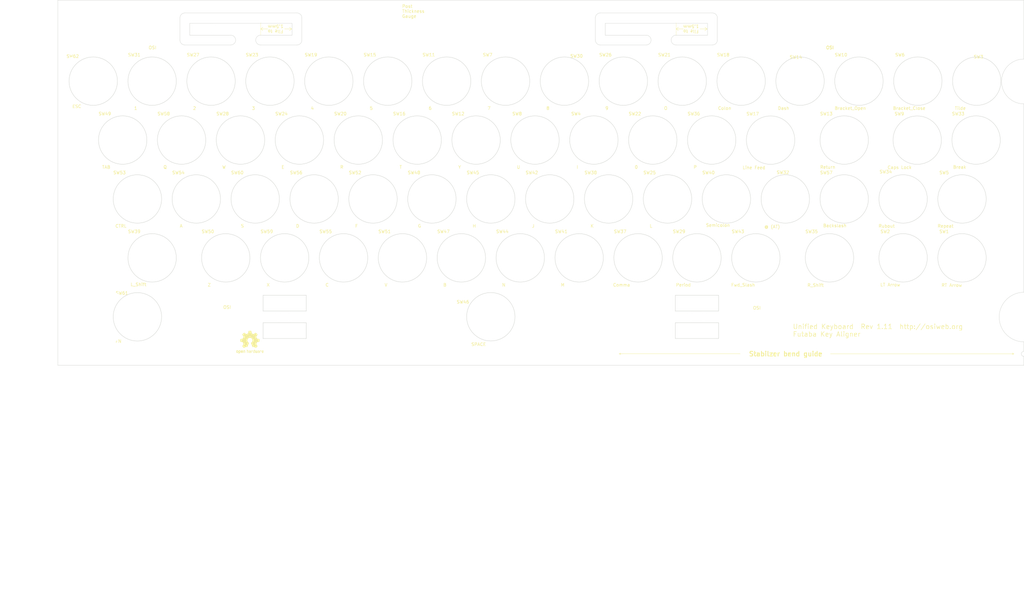
<source format=kicad_pcb>
(kicad_pcb (version 20171130) (host pcbnew "(5.1.6-0-10_14)")

  (general
    (thickness 1.6)
    (drawings 68)
    (tracks 0)
    (zones 0)
    (modules 82)
    (nets 1)
  )

  (page B)
  (title_block
    (title "Futaba Key aligner")
    (date 2020-07-25)
    (rev 1.10)
    (company OSIWeb.org)
  )

  (layers
    (0 F.Cu signal)
    (31 B.Cu signal)
    (32 B.Adhes user)
    (33 F.Adhes user)
    (34 B.Paste user)
    (35 F.Paste user)
    (36 B.SilkS user)
    (37 F.SilkS user)
    (38 B.Mask user)
    (39 F.Mask user)
    (40 Dwgs.User user)
    (41 Cmts.User user)
    (42 Eco1.User user)
    (43 Eco2.User user)
    (44 Edge.Cuts user)
    (45 Margin user)
    (46 B.CrtYd user)
    (47 F.CrtYd user)
    (48 B.Fab user)
    (49 F.Fab user)
  )

  (setup
    (last_trace_width 0.254)
    (user_trace_width 0.254)
    (user_trace_width 0.508)
    (user_trace_width 1.27)
    (trace_clearance 0.2)
    (zone_clearance 0.508)
    (zone_45_only no)
    (trace_min 0.2)
    (via_size 0.8128)
    (via_drill 0.4064)
    (via_min_size 0.4)
    (via_min_drill 0.3)
    (user_via 1.27 0.7112)
    (uvia_size 0.3048)
    (uvia_drill 0.1016)
    (uvias_allowed no)
    (uvia_min_size 0.2)
    (uvia_min_drill 0.1)
    (edge_width 0.05)
    (segment_width 0.2)
    (pcb_text_width 0.3)
    (pcb_text_size 1.5 1.5)
    (mod_edge_width 0.12)
    (mod_text_size 1 1)
    (mod_text_width 0.15)
    (pad_size 1.5 6)
    (pad_drill 1.5)
    (pad_to_mask_clearance 0)
    (aux_axis_origin 61.4172 179.1081)
    (grid_origin 62.1538 75.2602)
    (visible_elements 7FFFEFFF)
    (pcbplotparams
      (layerselection 0x010f0_ffffffff)
      (usegerberextensions false)
      (usegerberattributes false)
      (usegerberadvancedattributes false)
      (creategerberjobfile false)
      (excludeedgelayer true)
      (linewidth 0.100000)
      (plotframeref false)
      (viasonmask false)
      (mode 1)
      (useauxorigin false)
      (hpglpennumber 1)
      (hpglpenspeed 20)
      (hpglpendiameter 15.000000)
      (psnegative false)
      (psa4output false)
      (plotreference true)
      (plotvalue true)
      (plotinvisibletext false)
      (padsonsilk false)
      (subtractmaskfromsilk false)
      (outputformat 1)
      (mirror false)
      (drillshape 0)
      (scaleselection 1)
      (outputdirectory "outputs"))
  )

  (net 0 "")

  (net_class Default "This is the default net class."
    (clearance 0.2)
    (trace_width 0.254)
    (via_dia 0.8128)
    (via_drill 0.4064)
    (uvia_dia 0.3048)
    (uvia_drill 0.1016)
    (diff_pair_width 0.2032)
    (diff_pair_gap 0.254)
  )

  (net_class power1 ""
    (clearance 0.254)
    (trace_width 1.27)
    (via_dia 1.27)
    (via_drill 0.7112)
    (uvia_dia 0.3048)
    (uvia_drill 0.1016)
    (diff_pair_width 0.2032)
    (diff_pair_gap 0.254)
  )

  (net_class signal ""
    (clearance 0.2032)
    (trace_width 0.254)
    (via_dia 0.8128)
    (via_drill 0.4064)
    (uvia_dia 0.3048)
    (uvia_drill 0.1016)
    (diff_pair_width 0.2032)
    (diff_pair_gap 0.254)
  )

  (module unikbd:Futaba_space_Cherry_aligner (layer F.Cu) (tedit 5F3AC207) (tstamp 5D0D7A0F)
    (at 197.15988 165.99916)
    (path /5BC3E99D/5BC6CD72)
    (fp_text reference SW46 (at -9.02208 -4.88696) (layer F.SilkS)
      (effects (font (size 1 1) (thickness 0.15)))
    )
    (fp_text value SPACE (at -3.94208 8.82904) (layer F.SilkS)
      (effects (font (size 1 1) (thickness 0.15)))
    )
    (fp_text user MX_space_aligner (at -0.6096 7.9248) (layer B.Fab)
      (effects (font (size 1 1) (thickness 0.15)))
    )
    (fp_text user SW** (at -5.334 -7.874) (layer F.SilkS) hide
      (effects (font (size 1 1) (thickness 0.15)))
    )
    (fp_text user Futaba_2u_Cherry_aligner (at 0 -0.5) (layer F.Fab)
      (effects (font (size 1 1) (thickness 0.15)))
    )
    (fp_text user REF** (at 0 0.5) (layer F.SilkS) hide
      (effects (font (size 1 1) (thickness 0.15)))
    )
    (fp_circle (center 0 -0.1016) (end 7.8232 -0.1016) (layer Edge.Cuts) (width 0.12))
    (fp_line (start -73.66 -7.0358) (end -73.66 -1.9558) (layer Edge.Cuts) (width 0.12))
    (fp_line (start -73.66 -7.0358) (end -59.69 -7.0358) (layer Edge.Cuts) (width 0.12))
    (fp_line (start -73.66 6.9342) (end -59.69 6.9342) (layer Edge.Cuts) (width 0.12))
    (fp_line (start 59.69 -7.0358) (end 73.66 -7.0358) (layer Edge.Cuts) (width 0.12))
    (fp_line (start 59.69 6.9342) (end 73.66 6.9342) (layer Edge.Cuts) (width 0.12))
    (fp_line (start -73.66 1.8542) (end -59.69 1.8542) (layer Edge.Cuts) (width 0.12))
    (fp_line (start -73.66 -1.9558) (end -59.69 -1.9558) (layer Edge.Cuts) (width 0.12))
    (fp_line (start -73.66 1.8542) (end -73.66 6.9342) (layer Edge.Cuts) (width 0.12))
    (fp_line (start -59.69 1.8542) (end -59.69 6.9342) (layer Edge.Cuts) (width 0.12))
    (fp_line (start -59.69 -7.0358) (end -59.69 -1.9558) (layer Edge.Cuts) (width 0.12))
    (fp_line (start 59.69 1.8542) (end 59.69 6.9342) (layer Edge.Cuts) (width 0.12))
    (fp_line (start 73.66 -7.0358) (end 73.66 -1.9558) (layer Edge.Cuts) (width 0.12))
    (fp_line (start 59.69 -7.0358) (end 59.69 -1.9558) (layer Edge.Cuts) (width 0.12))
    (fp_line (start 73.66 1.8542) (end 73.66 6.9342) (layer Edge.Cuts) (width 0.12))
    (fp_line (start 59.69 -1.9558) (end 73.66 -1.9558) (layer Edge.Cuts) (width 0.12))
    (fp_line (start 59.69 1.8542) (end 73.66 1.8542) (layer Edge.Cuts) (width 0.12))
    (pad "" np_thru_hole oval (at 66.675 -0.1016) (size 5 2) (drill oval 5 2) (layers *.Cu *.Mask))
    (pad "" np_thru_hole oval (at -66.675 -0.1016) (size 5 2) (drill oval 5 2) (layers *.Cu *.Mask))
    (pad "" np_thru_hole circle (at -6.985 6.8834) (size 1.6256 1.6256) (drill 1.6256) (layers *.Cu *.Mask))
    (pad "" np_thru_hole circle (at -6.985 -7.0866) (size 1.6256 1.6256) (drill 1.6256) (layers *.Cu *.Mask))
    (pad "" np_thru_hole circle (at 6.985 -7.0866) (size 1.6256 1.6256) (drill 1.6256) (layers *.Cu *.Mask))
    (pad "" np_thru_hole circle (at 6.985 6.8834) (size 1.6256 1.6256) (drill 1.6256) (layers *.Cu *.Mask))
  )

  (module unikbd:Futaba-MD-4PCS-LED-aligner (layer F.Cu) (tedit 5F3AC1AE) (tstamp 5D0F9D4F)
    (at 287.64738 108.87456)
    (path /5BC3EA0A/5BCAF39B)
    (fp_text reference SW17 (at -5.7912 -8.6106) (layer F.SilkS)
      (effects (font (size 1 1) (thickness 0.15)))
    )
    (fp_text value "Line Feed" (at -5.37464 8.79094) (layer F.SilkS)
      (effects (font (size 1 1) (thickness 0.15)))
    )
    (fp_circle (center 0 -0.1016) (end 7.8232 -0.1016) (layer Edge.Cuts) (width 0.12))
    (pad "" np_thru_hole circle (at 0 9.525) (size 3.048 3.048) (drill 3.048) (layers *.Cu *.Mask))
    (pad "" np_thru_hole circle (at -6.985 -7.0866) (size 1.6256 1.6256) (drill 1.6256) (layers *.Cu *.Mask))
    (pad "" np_thru_hole circle (at -6.985 6.8834) (size 1.6256 1.6256) (drill 1.6256) (layers *.Cu *.Mask))
    (pad "" np_thru_hole circle (at 6.985 6.8834) (size 1.6256 1.6256) (drill 1.6256) (layers *.Cu *.Mask))
    (pad "" np_thru_hole circle (at 6.985 -7.0866) (size 1.6256 1.6256) (drill 1.6256) (layers *.Cu *.Mask))
  )

  (module unikbd:Futaba-MD-4PCS-LED-aligner (layer F.Cu) (tedit 5F3AC1AE) (tstamp 5EE2E6D8)
    (at 335.06918 108.87456)
    (path /5BC3EA0A/5BCAF394)
    (fp_text reference SW9 (at -5.7912 -8.6106) (layer F.SilkS)
      (effects (font (size 1 1) (thickness 0.15)))
    )
    (fp_text value "Caps Lock" (at -5.7023 8.71982) (layer F.SilkS)
      (effects (font (size 1 1) (thickness 0.15)))
    )
    (fp_circle (center 0 -0.1016) (end 7.8232 -0.1016) (layer Edge.Cuts) (width 0.12))
    (pad "" np_thru_hole circle (at 0 9.525) (size 3.048 3.048) (drill 3.048) (layers *.Cu *.Mask))
    (pad "" np_thru_hole circle (at -6.985 -7.0866) (size 1.6256 1.6256) (drill 1.6256) (layers *.Cu *.Mask))
    (pad "" np_thru_hole circle (at -6.985 6.8834) (size 1.6256 1.6256) (drill 1.6256) (layers *.Cu *.Mask))
    (pad "" np_thru_hole circle (at 6.985 6.8834) (size 1.6256 1.6256) (drill 1.6256) (layers *.Cu *.Mask))
    (pad "" np_thru_hole circle (at 6.985 -7.0866) (size 1.6256 1.6256) (drill 1.6256) (layers *.Cu *.Mask))
  )

  (module unikbd:Futaba-MD-4PCS-LED-aligner (layer F.Cu) (tedit 5F3AC1AE) (tstamp 5E0A154C)
    (at 82.85988 166.02456)
    (fp_text reference SW61 (at -5.0292 -7.7724) (layer F.SilkS)
      (effects (font (size 1 1) (thickness 0.15)))
    )
    (fp_text value FN (at -6.1214 7.7978) (layer F.SilkS)
      (effects (font (size 1 1) (thickness 0.15)))
    )
    (fp_circle (center 0 -0.1016) (end 7.8232 -0.1016) (layer Edge.Cuts) (width 0.12))
    (pad "" np_thru_hole circle (at 0 9.525) (size 3.048 3.048) (drill 3.048) (layers *.Cu *.Mask))
    (pad "" np_thru_hole circle (at -6.985 -7.0866) (size 1.6256 1.6256) (drill 1.6256) (layers *.Cu *.Mask))
    (pad "" np_thru_hole circle (at -6.985 6.8834) (size 1.6256 1.6256) (drill 1.6256) (layers *.Cu *.Mask))
    (pad "" np_thru_hole circle (at 6.985 6.8834) (size 1.6256 1.6256) (drill 1.6256) (layers *.Cu *.Mask))
    (pad "" np_thru_hole circle (at 6.985 -7.0866) (size 1.6256 1.6256) (drill 1.6256) (layers *.Cu *.Mask))
  )

  (module unikbd:Futaba-MD-4PCS-aligner (layer F.Cu) (tedit 5F3AC1C5) (tstamp 5D0F9EDE)
    (at 116.19738 108.84916)
    (path /5BC3EA0A/5BCAF339)
    (fp_text reference SW28 (at -5.7912 -8.6106) (layer F.SilkS)
      (effects (font (size 1 1) (thickness 0.15)))
    )
    (fp_text value W (at -5.334 8.6614) (layer F.SilkS)
      (effects (font (size 1 1) (thickness 0.15)))
    )
    (fp_circle (center 0 -0.1016) (end 7.8232 -0.1016) (layer Edge.Cuts) (width 0.12))
    (pad "" np_thru_hole circle (at -6.985 -7.0866) (size 1.6256 1.6256) (drill 1.6256) (layers *.Cu *.Mask))
    (pad "" np_thru_hole circle (at -6.985 6.8834) (size 1.6256 1.6256) (drill 1.6256) (layers *.Cu *.Mask))
    (pad "" np_thru_hole circle (at 6.985 6.8834) (size 1.6256 1.6256) (drill 1.6256) (layers *.Cu *.Mask))
    (pad "" np_thru_hole circle (at 6.985 -7.0866) (size 1.6256 1.6256) (drill 1.6256) (layers *.Cu *.Mask))
  )

  (module unikbd:Futaba-MD-4PCS-aligner (layer F.Cu) (tedit 5F3AC1C5) (tstamp 5D0FB031)
    (at 273.35988 127.89916)
    (path /5BC3E99D/5BC6CD6B)
    (fp_text reference SW40 (at -5.7912 -8.6106) (layer F.SilkS)
      (effects (font (size 1 1) (thickness 0.15)))
    )
    (fp_text value Semicolon (at -2.73558 8.39724) (layer F.SilkS)
      (effects (font (size 1 1) (thickness 0.15)))
    )
    (fp_circle (center 0 -0.1016) (end 7.8232 -0.1016) (layer Edge.Cuts) (width 0.12))
    (pad "" np_thru_hole circle (at -6.985 -7.0866) (size 1.6256 1.6256) (drill 1.6256) (layers *.Cu *.Mask))
    (pad "" np_thru_hole circle (at -6.985 6.8834) (size 1.6256 1.6256) (drill 1.6256) (layers *.Cu *.Mask))
    (pad "" np_thru_hole circle (at 6.985 6.8834) (size 1.6256 1.6256) (drill 1.6256) (layers *.Cu *.Mask))
    (pad "" np_thru_hole circle (at 6.985 -7.0866) (size 1.6256 1.6256) (drill 1.6256) (layers *.Cu *.Mask))
  )

  (module unikbd:Futaba-MD-4PCS-aligner (layer F.Cu) (tedit 5F3AC1C5) (tstamp 5D0FA32E)
    (at 268.59738 108.84916)
    (path /5BC3E99D/5BC6CD5D)
    (fp_text reference SW36 (at -5.7912 -8.6106) (layer F.SilkS)
      (effects (font (size 1 1) (thickness 0.15)))
    )
    (fp_text value P (at -5.334 8.6614) (layer F.SilkS)
      (effects (font (size 1 1) (thickness 0.15)))
    )
    (fp_circle (center 0 -0.1016) (end 7.8232 -0.1016) (layer Edge.Cuts) (width 0.12))
    (pad "" np_thru_hole circle (at -6.985 -7.0866) (size 1.6256 1.6256) (drill 1.6256) (layers *.Cu *.Mask))
    (pad "" np_thru_hole circle (at -6.985 6.8834) (size 1.6256 1.6256) (drill 1.6256) (layers *.Cu *.Mask))
    (pad "" np_thru_hole circle (at 6.985 6.8834) (size 1.6256 1.6256) (drill 1.6256) (layers *.Cu *.Mask))
    (pad "" np_thru_hole circle (at 6.985 -7.0866) (size 1.6256 1.6256) (drill 1.6256) (layers *.Cu *.Mask))
  )

  (module unikbd:Futaba-MD-4PCS-aligner (layer F.Cu) (tedit 5F3AC1C5) (tstamp 5D0FB0DC)
    (at 292.40988 127.89916)
    (path /5D6BE647)
    (fp_text reference SW32 (at -0.78994 -8.67664) (layer F.SilkS)
      (effects (font (size 1 1) (thickness 0.15)))
    )
    (fp_text value "@ (AT)" (at -4.25958 8.87984) (layer F.SilkS)
      (effects (font (size 1 1) (thickness 0.15)))
    )
    (fp_circle (center 0 -0.1016) (end 7.8232 -0.1016) (layer Edge.Cuts) (width 0.12))
    (pad "" np_thru_hole circle (at -6.985 -7.0866) (size 1.6256 1.6256) (drill 1.6256) (layers *.Cu *.Mask))
    (pad "" np_thru_hole circle (at -6.985 6.8834) (size 1.6256 1.6256) (drill 1.6256) (layers *.Cu *.Mask))
    (pad "" np_thru_hole circle (at 6.985 6.8834) (size 1.6256 1.6256) (drill 1.6256) (layers *.Cu *.Mask))
    (pad "" np_thru_hole circle (at 6.985 -7.0866) (size 1.6256 1.6256) (drill 1.6256) (layers *.Cu *.Mask))
  )

  (module unikbd:Futaba-MD-4PCS-aligner (layer F.Cu) (tedit 5F3AC1C5) (tstamp 5EE2E6FC)
    (at 311.45988 108.84916)
    (path /5BC3EA0A/5BCAF38D)
    (fp_text reference SW13 (at -5.7912 -8.6106) (layer F.SilkS)
      (effects (font (size 1 1) (thickness 0.15)))
    )
    (fp_text value Return (at -5.334 8.6614) (layer F.SilkS)
      (effects (font (size 1 1) (thickness 0.15)))
    )
    (fp_circle (center 0 -0.1016) (end 7.8232 -0.1016) (layer Edge.Cuts) (width 0.12))
    (pad "" np_thru_hole circle (at -6.985 -7.0866) (size 1.6256 1.6256) (drill 1.6256) (layers *.Cu *.Mask))
    (pad "" np_thru_hole circle (at -6.985 6.8834) (size 1.6256 1.6256) (drill 1.6256) (layers *.Cu *.Mask))
    (pad "" np_thru_hole circle (at 6.985 6.8834) (size 1.6256 1.6256) (drill 1.6256) (layers *.Cu *.Mask))
    (pad "" np_thru_hole circle (at 6.985 -7.0866) (size 1.6256 1.6256) (drill 1.6256) (layers *.Cu *.Mask))
  )

  (module unikbd:Futaba-MD-4PCS-aligner (layer F.Cu) (tedit 5F3AC1C5) (tstamp 5D0EE51F)
    (at 330.50988 127.89916)
    (path /5D6C3751)
    (fp_text reference SW34 (at -5.61848 -8.89508) (layer F.SilkS)
      (effects (font (size 1 1) (thickness 0.15)))
    )
    (fp_text value Rubout (at -5.334 8.6614) (layer F.SilkS)
      (effects (font (size 1 1) (thickness 0.15)))
    )
    (fp_circle (center 0 -0.1016) (end 7.8232 -0.1016) (layer Edge.Cuts) (width 0.12))
    (pad "" np_thru_hole circle (at -6.985 -7.0866) (size 1.6256 1.6256) (drill 1.6256) (layers *.Cu *.Mask))
    (pad "" np_thru_hole circle (at -6.985 6.8834) (size 1.6256 1.6256) (drill 1.6256) (layers *.Cu *.Mask))
    (pad "" np_thru_hole circle (at 6.985 6.8834) (size 1.6256 1.6256) (drill 1.6256) (layers *.Cu *.Mask))
    (pad "" np_thru_hole circle (at 6.985 -7.0866) (size 1.6256 1.6256) (drill 1.6256) (layers *.Cu *.Mask))
  )

  (module unikbd:Futaba-MD-4PCS-aligner (layer F.Cu) (tedit 5F3AC1C5) (tstamp 5D633B5C)
    (at 311.45988 127.89916)
    (path /5BC3E99D/5BC3FF70)
    (fp_text reference SW57 (at -5.7912 -8.6106) (layer F.SilkS)
      (effects (font (size 1 1) (thickness 0.15)))
    )
    (fp_text value Backslash (at -3.04038 8.52424) (layer F.SilkS)
      (effects (font (size 1 1) (thickness 0.15)))
    )
    (fp_circle (center 0 -0.1016) (end 7.8232 -0.1016) (layer Edge.Cuts) (width 0.12))
    (pad "" np_thru_hole circle (at -6.985 -7.0866) (size 1.6256 1.6256) (drill 1.6256) (layers *.Cu *.Mask))
    (pad "" np_thru_hole circle (at -6.985 6.8834) (size 1.6256 1.6256) (drill 1.6256) (layers *.Cu *.Mask))
    (pad "" np_thru_hole circle (at 6.985 6.8834) (size 1.6256 1.6256) (drill 1.6256) (layers *.Cu *.Mask))
    (pad "" np_thru_hole circle (at 6.985 -7.0866) (size 1.6256 1.6256) (drill 1.6256) (layers *.Cu *.Mask))
  )

  (module unikbd:Futaba-MD-4PCS-aligner (layer F.Cu) (tedit 5F3AC1C5) (tstamp 5D0FB14E)
    (at 216.20988 127.89916)
    (path /5BC3E99D/5BC6D0BB)
    (fp_text reference SW42 (at -5.7912 -8.6106) (layer F.SilkS)
      (effects (font (size 1 1) (thickness 0.15)))
    )
    (fp_text value J (at -5.334 8.6614) (layer F.SilkS)
      (effects (font (size 1 1) (thickness 0.15)))
    )
    (fp_circle (center 0 -0.1016) (end 7.8232 -0.1016) (layer Edge.Cuts) (width 0.12))
    (pad "" np_thru_hole circle (at -6.985 -7.0866) (size 1.6256 1.6256) (drill 1.6256) (layers *.Cu *.Mask))
    (pad "" np_thru_hole circle (at -6.985 6.8834) (size 1.6256 1.6256) (drill 1.6256) (layers *.Cu *.Mask))
    (pad "" np_thru_hole circle (at 6.985 6.8834) (size 1.6256 1.6256) (drill 1.6256) (layers *.Cu *.Mask))
    (pad "" np_thru_hole circle (at 6.985 -7.0866) (size 1.6256 1.6256) (drill 1.6256) (layers *.Cu *.Mask))
  )

  (module unikbd:Futaba-MD-4PCS-aligner (layer F.Cu) (tedit 5F3AC1C5) (tstamp 5D0FB06A)
    (at 235.25988 127.89916)
    (path /5BC3E99D/5BC6D0AD)
    (fp_text reference SW38 (at -5.7912 -8.6106) (layer F.SilkS)
      (effects (font (size 1 1) (thickness 0.15)))
    )
    (fp_text value K (at -5.334 8.6614) (layer F.SilkS)
      (effects (font (size 1 1) (thickness 0.15)))
    )
    (fp_circle (center 0 -0.1016) (end 7.8232 -0.1016) (layer Edge.Cuts) (width 0.12))
    (pad "" np_thru_hole circle (at -6.985 -7.0866) (size 1.6256 1.6256) (drill 1.6256) (layers *.Cu *.Mask))
    (pad "" np_thru_hole circle (at -6.985 6.8834) (size 1.6256 1.6256) (drill 1.6256) (layers *.Cu *.Mask))
    (pad "" np_thru_hole circle (at 6.985 6.8834) (size 1.6256 1.6256) (drill 1.6256) (layers *.Cu *.Mask))
    (pad "" np_thru_hole circle (at 6.985 -7.0866) (size 1.6256 1.6256) (drill 1.6256) (layers *.Cu *.Mask))
  )

  (module unikbd:Futaba-MD-4PCS-aligner (layer F.Cu) (tedit 5F3AC1C5) (tstamp 5D0FB115)
    (at 178.10988 127.89916)
    (path /5BC3E99D/5BC6D0C2)
    (fp_text reference SW48 (at -5.7912 -8.6106) (layer F.SilkS)
      (effects (font (size 1 1) (thickness 0.15)))
    )
    (fp_text value G (at -4.00558 8.62584) (layer F.SilkS)
      (effects (font (size 1 1) (thickness 0.15)))
    )
    (fp_circle (center 0 -0.1016) (end 7.8232 -0.1016) (layer Edge.Cuts) (width 0.12))
    (pad "" np_thru_hole circle (at -6.985 -7.0866) (size 1.6256 1.6256) (drill 1.6256) (layers *.Cu *.Mask))
    (pad "" np_thru_hole circle (at -6.985 6.8834) (size 1.6256 1.6256) (drill 1.6256) (layers *.Cu *.Mask))
    (pad "" np_thru_hole circle (at 6.985 6.8834) (size 1.6256 1.6256) (drill 1.6256) (layers *.Cu *.Mask))
    (pad "" np_thru_hole circle (at 6.985 -7.0866) (size 1.6256 1.6256) (drill 1.6256) (layers *.Cu *.Mask))
  )

  (module unikbd:Futaba-MD-4PCS-aligner (layer F.Cu) (tedit 5F3AC1C5) (tstamp 5D0FB187)
    (at 197.15988 127.89916)
    (path /5BC3E99D/5BC6D0B4)
    (fp_text reference SW45 (at -5.7912 -8.6106) (layer F.SilkS)
      (effects (font (size 1 1) (thickness 0.15)))
    )
    (fp_text value H (at -5.334 8.6614) (layer F.SilkS)
      (effects (font (size 1 1) (thickness 0.15)))
    )
    (fp_circle (center 0 -0.1016) (end 7.8232 -0.1016) (layer Edge.Cuts) (width 0.12))
    (pad "" np_thru_hole circle (at -6.985 -7.0866) (size 1.6256 1.6256) (drill 1.6256) (layers *.Cu *.Mask))
    (pad "" np_thru_hole circle (at -6.985 6.8834) (size 1.6256 1.6256) (drill 1.6256) (layers *.Cu *.Mask))
    (pad "" np_thru_hole circle (at 6.985 6.8834) (size 1.6256 1.6256) (drill 1.6256) (layers *.Cu *.Mask))
    (pad "" np_thru_hole circle (at 6.985 -7.0866) (size 1.6256 1.6256) (drill 1.6256) (layers *.Cu *.Mask))
  )

  (module unikbd:Futaba-MD-4PCS-aligner (layer F.Cu) (tedit 5F3AC1C5) (tstamp 5D0FB0A3)
    (at 159.05988 127.89916)
    (path /5BC3E99D/5BC6D0C9)
    (fp_text reference SW52 (at -5.7912 -8.6106) (layer F.SilkS)
      (effects (font (size 1 1) (thickness 0.15)))
    )
    (fp_text value F (at -5.334 8.6614) (layer F.SilkS)
      (effects (font (size 1 1) (thickness 0.15)))
    )
    (fp_circle (center 0 -0.1016) (end 7.8232 -0.1016) (layer Edge.Cuts) (width 0.12))
    (pad "" np_thru_hole circle (at -6.985 -7.0866) (size 1.6256 1.6256) (drill 1.6256) (layers *.Cu *.Mask))
    (pad "" np_thru_hole circle (at -6.985 6.8834) (size 1.6256 1.6256) (drill 1.6256) (layers *.Cu *.Mask))
    (pad "" np_thru_hole circle (at 6.985 6.8834) (size 1.6256 1.6256) (drill 1.6256) (layers *.Cu *.Mask))
    (pad "" np_thru_hole circle (at 6.985 -7.0866) (size 1.6256 1.6256) (drill 1.6256) (layers *.Cu *.Mask))
  )

  (module unikbd:Futaba-MD-4PCS-aligner (layer F.Cu) (tedit 5F3AC1C5) (tstamp 5D0FAB15)
    (at 140.00988 127.89916)
    (path /5BC3E99D/5BC6D0D7)
    (fp_text reference SW56 (at -5.7912 -8.6106) (layer F.SilkS)
      (effects (font (size 1 1) (thickness 0.15)))
    )
    (fp_text value D (at -5.334 8.6614) (layer F.SilkS)
      (effects (font (size 1 1) (thickness 0.15)))
    )
    (fp_circle (center 0 -0.1016) (end 7.8232 -0.1016) (layer Edge.Cuts) (width 0.12))
    (pad "" np_thru_hole circle (at -6.985 -7.0866) (size 1.6256 1.6256) (drill 1.6256) (layers *.Cu *.Mask))
    (pad "" np_thru_hole circle (at -6.985 6.8834) (size 1.6256 1.6256) (drill 1.6256) (layers *.Cu *.Mask))
    (pad "" np_thru_hole circle (at 6.985 6.8834) (size 1.6256 1.6256) (drill 1.6256) (layers *.Cu *.Mask))
    (pad "" np_thru_hole circle (at 6.985 -7.0866) (size 1.6256 1.6256) (drill 1.6256) (layers *.Cu *.Mask))
  )

  (module unikbd:Futaba-MD-4PCS-aligner (layer F.Cu) (tedit 5F3AC1C5) (tstamp 5D0F9DFA)
    (at 192.39738 108.84916)
    (path /5BC3EA0A/5BCAF31D)
    (fp_text reference SW12 (at -5.7912 -8.6106) (layer F.SilkS)
      (effects (font (size 1 1) (thickness 0.15)))
    )
    (fp_text value Y (at -5.334 8.6614) (layer F.SilkS)
      (effects (font (size 1 1) (thickness 0.15)))
    )
    (fp_circle (center 0 -0.1016) (end 7.8232 -0.1016) (layer Edge.Cuts) (width 0.12))
    (pad "" np_thru_hole circle (at -6.985 -7.0866) (size 1.6256 1.6256) (drill 1.6256) (layers *.Cu *.Mask))
    (pad "" np_thru_hole circle (at -6.985 6.8834) (size 1.6256 1.6256) (drill 1.6256) (layers *.Cu *.Mask))
    (pad "" np_thru_hole circle (at 6.985 6.8834) (size 1.6256 1.6256) (drill 1.6256) (layers *.Cu *.Mask))
    (pad "" np_thru_hole circle (at 6.985 -7.0866) (size 1.6256 1.6256) (drill 1.6256) (layers *.Cu *.Mask))
  )

  (module unikbd:Futaba-MD-4PCS-aligner (layer F.Cu) (tedit 5F3AC1C5) (tstamp 5D0F9D88)
    (at 173.34738 108.84916)
    (path /5BC3EA0A/5BCAF32B)
    (fp_text reference SW16 (at -5.7912 -8.6106) (layer F.SilkS)
      (effects (font (size 1 1) (thickness 0.15)))
    )
    (fp_text value T (at -5.334 8.6614) (layer F.SilkS)
      (effects (font (size 1 1) (thickness 0.15)))
    )
    (fp_circle (center 0 -0.1016) (end 7.8232 -0.1016) (layer Edge.Cuts) (width 0.12))
    (pad "" np_thru_hole circle (at -6.985 -7.0866) (size 1.6256 1.6256) (drill 1.6256) (layers *.Cu *.Mask))
    (pad "" np_thru_hole circle (at -6.985 6.8834) (size 1.6256 1.6256) (drill 1.6256) (layers *.Cu *.Mask))
    (pad "" np_thru_hole circle (at 6.985 6.8834) (size 1.6256 1.6256) (drill 1.6256) (layers *.Cu *.Mask))
    (pad "" np_thru_hole circle (at 6.985 -7.0866) (size 1.6256 1.6256) (drill 1.6256) (layers *.Cu *.Mask))
  )

  (module unikbd:Futaba-MD-4PCS-aligner (layer F.Cu) (tedit 5F3AC1C5) (tstamp 5D0FAB87)
    (at 254.30988 127.89916)
    (path /5BC3EA0A/5BCAF3B0)
    (fp_text reference SW25 (at -5.7912 -8.6106) (layer F.SilkS)
      (effects (font (size 1 1) (thickness 0.15)))
    )
    (fp_text value L (at -5.334 8.6614) (layer F.SilkS)
      (effects (font (size 1 1) (thickness 0.15)))
    )
    (fp_circle (center 0 -0.1016) (end 7.8232 -0.1016) (layer Edge.Cuts) (width 0.12))
    (pad "" np_thru_hole circle (at -6.985 -7.0866) (size 1.6256 1.6256) (drill 1.6256) (layers *.Cu *.Mask))
    (pad "" np_thru_hole circle (at -6.985 6.8834) (size 1.6256 1.6256) (drill 1.6256) (layers *.Cu *.Mask))
    (pad "" np_thru_hole circle (at 6.985 6.8834) (size 1.6256 1.6256) (drill 1.6256) (layers *.Cu *.Mask))
    (pad "" np_thru_hole circle (at 6.985 -7.0866) (size 1.6256 1.6256) (drill 1.6256) (layers *.Cu *.Mask))
  )

  (module unikbd:Futaba-MD-4PCS-aligner (layer F.Cu) (tedit 5F3AC1C5) (tstamp 5D0F9EA5)
    (at 135.24738 108.84916)
    (path /5BC3EA0A/5BCAF340)
    (fp_text reference SW24 (at -5.7912 -8.6106) (layer F.SilkS)
      (effects (font (size 1 1) (thickness 0.15)))
    )
    (fp_text value E (at -5.334 8.6614) (layer F.SilkS)
      (effects (font (size 1 1) (thickness 0.15)))
    )
    (fp_circle (center 0 -0.1016) (end 7.8232 -0.1016) (layer Edge.Cuts) (width 0.12))
    (pad "" np_thru_hole circle (at -6.985 -7.0866) (size 1.6256 1.6256) (drill 1.6256) (layers *.Cu *.Mask))
    (pad "" np_thru_hole circle (at -6.985 6.8834) (size 1.6256 1.6256) (drill 1.6256) (layers *.Cu *.Mask))
    (pad "" np_thru_hole circle (at 6.985 6.8834) (size 1.6256 1.6256) (drill 1.6256) (layers *.Cu *.Mask))
    (pad "" np_thru_hole circle (at 6.985 -7.0866) (size 1.6256 1.6256) (drill 1.6256) (layers *.Cu *.Mask))
  )

  (module unikbd:Futaba-MD-4PCS-aligner (layer F.Cu) (tedit 5F3AC1C5) (tstamp 5D633858)
    (at 249.54738 108.84916)
    (path /5BC3EA0A/5BCAF412)
    (fp_text reference SW22 (at -5.7912 -8.6106) (layer F.SilkS)
      (effects (font (size 1 1) (thickness 0.15)))
    )
    (fp_text value 0 (at -5.334 8.6614) (layer F.SilkS)
      (effects (font (size 1 1) (thickness 0.15)))
    )
    (fp_circle (center 0 -0.1016) (end 7.8232 -0.1016) (layer Edge.Cuts) (width 0.12))
    (pad "" np_thru_hole circle (at -6.985 -7.0866) (size 1.6256 1.6256) (drill 1.6256) (layers *.Cu *.Mask))
    (pad "" np_thru_hole circle (at -6.985 6.8834) (size 1.6256 1.6256) (drill 1.6256) (layers *.Cu *.Mask))
    (pad "" np_thru_hole circle (at 6.985 6.8834) (size 1.6256 1.6256) (drill 1.6256) (layers *.Cu *.Mask))
    (pad "" np_thru_hole circle (at 6.985 -7.0866) (size 1.6256 1.6256) (drill 1.6256) (layers *.Cu *.Mask))
  )

  (module unikbd:Futaba-MD-4PCS-aligner (layer F.Cu) (tedit 5F3AC1C5) (tstamp 5D0F9E6C)
    (at 154.29738 108.84916)
    (path /5BC3EA0A/5BCAF332)
    (fp_text reference SW20 (at -5.7912 -8.6106) (layer F.SilkS)
      (effects (font (size 1 1) (thickness 0.15)))
    )
    (fp_text value R (at -5.334 8.6614) (layer F.SilkS)
      (effects (font (size 1 1) (thickness 0.15)))
    )
    (fp_circle (center 0 -0.1016) (end 7.8232 -0.1016) (layer Edge.Cuts) (width 0.12))
    (pad "" np_thru_hole circle (at -6.985 -7.0866) (size 1.6256 1.6256) (drill 1.6256) (layers *.Cu *.Mask))
    (pad "" np_thru_hole circle (at -6.985 6.8834) (size 1.6256 1.6256) (drill 1.6256) (layers *.Cu *.Mask))
    (pad "" np_thru_hole circle (at 6.985 6.8834) (size 1.6256 1.6256) (drill 1.6256) (layers *.Cu *.Mask))
    (pad "" np_thru_hole circle (at 6.985 -7.0866) (size 1.6256 1.6256) (drill 1.6256) (layers *.Cu *.Mask))
  )

  (module unikbd:Futaba-MD-4PCS-aligner (layer F.Cu) (tedit 5F3AC1C5) (tstamp 5D0FAADC)
    (at 101.90988 127.89916)
    (path /5BC3E99D/5BC6CD87)
    (fp_text reference SW54 (at -5.7912 -8.6106) (layer F.SilkS)
      (effects (font (size 1 1) (thickness 0.15)))
    )
    (fp_text value A (at -4.89458 8.62584) (layer F.SilkS)
      (effects (font (size 1 1) (thickness 0.15)))
    )
    (fp_circle (center 0 -0.1016) (end 7.8232 -0.1016) (layer Edge.Cuts) (width 0.12))
    (pad "" np_thru_hole circle (at -6.985 -7.0866) (size 1.6256 1.6256) (drill 1.6256) (layers *.Cu *.Mask))
    (pad "" np_thru_hole circle (at -6.985 6.8834) (size 1.6256 1.6256) (drill 1.6256) (layers *.Cu *.Mask))
    (pad "" np_thru_hole circle (at 6.985 6.8834) (size 1.6256 1.6256) (drill 1.6256) (layers *.Cu *.Mask))
    (pad "" np_thru_hole circle (at 6.985 -7.0866) (size 1.6256 1.6256) (drill 1.6256) (layers *.Cu *.Mask))
  )

  (module unikbd:Futaba-MD-4PCS-aligner (layer F.Cu) (tedit 5F3AC1C5) (tstamp 5D0F9DC1)
    (at 211.44738 108.84916)
    (path /5BC3EA0A/5BCAF324)
    (fp_text reference SW8 (at -5.7912 -8.6106) (layer F.SilkS)
      (effects (font (size 1 1) (thickness 0.15)))
    )
    (fp_text value U (at -5.334 8.6614) (layer F.SilkS)
      (effects (font (size 1 1) (thickness 0.15)))
    )
    (fp_circle (center 0 -0.1016) (end 7.8232 -0.1016) (layer Edge.Cuts) (width 0.12))
    (pad "" np_thru_hole circle (at -6.985 -7.0866) (size 1.6256 1.6256) (drill 1.6256) (layers *.Cu *.Mask))
    (pad "" np_thru_hole circle (at -6.985 6.8834) (size 1.6256 1.6256) (drill 1.6256) (layers *.Cu *.Mask))
    (pad "" np_thru_hole circle (at 6.985 6.8834) (size 1.6256 1.6256) (drill 1.6256) (layers *.Cu *.Mask))
    (pad "" np_thru_hole circle (at 6.985 -7.0866) (size 1.6256 1.6256) (drill 1.6256) (layers *.Cu *.Mask))
  )

  (module unikbd:Futaba-MD-4PCS-aligner (layer F.Cu) (tedit 5F3AC1C5) (tstamp 5D0F9D16)
    (at 230.49738 108.84916)
    (path /5BC3EA0A/5BCAF316)
    (fp_text reference SW4 (at -5.7912 -8.6106) (layer F.SilkS)
      (effects (font (size 1 1) (thickness 0.15)))
    )
    (fp_text value I (at -5.334 8.6614) (layer F.SilkS)
      (effects (font (size 1 1) (thickness 0.15)))
    )
    (fp_circle (center 0 -0.1016) (end 7.8232 -0.1016) (layer Edge.Cuts) (width 0.12))
    (pad "" np_thru_hole circle (at -6.985 -7.0866) (size 1.6256 1.6256) (drill 1.6256) (layers *.Cu *.Mask))
    (pad "" np_thru_hole circle (at -6.985 6.8834) (size 1.6256 1.6256) (drill 1.6256) (layers *.Cu *.Mask))
    (pad "" np_thru_hole circle (at 6.985 6.8834) (size 1.6256 1.6256) (drill 1.6256) (layers *.Cu *.Mask))
    (pad "" np_thru_hole circle (at 6.985 -7.0866) (size 1.6256 1.6256) (drill 1.6256) (layers *.Cu *.Mask))
  )

  (module unikbd:Futaba-MD-4PCS-aligner (layer F.Cu) (tedit 5F3AC1C5) (tstamp 5D0F9CDD)
    (at 97.14738 108.84916)
    (path /5BC3E99D/5BC6CD80)
    (fp_text reference SW58 (at -5.7912 -8.6106) (layer F.SilkS)
      (effects (font (size 1 1) (thickness 0.15)))
    )
    (fp_text value Q (at -5.334 8.6614) (layer F.SilkS)
      (effects (font (size 1 1) (thickness 0.15)))
    )
    (fp_circle (center 0 -0.1016) (end 7.8232 -0.1016) (layer Edge.Cuts) (width 0.12))
    (pad "" np_thru_hole circle (at -6.985 -7.0866) (size 1.6256 1.6256) (drill 1.6256) (layers *.Cu *.Mask))
    (pad "" np_thru_hole circle (at -6.985 6.8834) (size 1.6256 1.6256) (drill 1.6256) (layers *.Cu *.Mask))
    (pad "" np_thru_hole circle (at 6.985 6.8834) (size 1.6256 1.6256) (drill 1.6256) (layers *.Cu *.Mask))
    (pad "" np_thru_hole circle (at 6.985 -7.0866) (size 1.6256 1.6256) (drill 1.6256) (layers *.Cu *.Mask))
  )

  (module unikbd:Futaba-MD-4PCS-aligner (layer F.Cu) (tedit 5F3AC1C5) (tstamp 5D0FAB4E)
    (at 120.95988 127.89916)
    (path /5BC3E99D/5BC6D0D0)
    (fp_text reference SW60 (at -5.7912 -8.6106) (layer F.SilkS)
      (effects (font (size 1 1) (thickness 0.15)))
    )
    (fp_text value S (at -4.13258 8.62584) (layer F.SilkS)
      (effects (font (size 1 1) (thickness 0.15)))
    )
    (fp_circle (center 0 -0.1016) (end 7.8232 -0.1016) (layer Edge.Cuts) (width 0.12))
    (pad "" np_thru_hole circle (at -6.985 -7.0866) (size 1.6256 1.6256) (drill 1.6256) (layers *.Cu *.Mask))
    (pad "" np_thru_hole circle (at -6.985 6.8834) (size 1.6256 1.6256) (drill 1.6256) (layers *.Cu *.Mask))
    (pad "" np_thru_hole circle (at 6.985 6.8834) (size 1.6256 1.6256) (drill 1.6256) (layers *.Cu *.Mask))
    (pad "" np_thru_hole circle (at 6.985 -7.0866) (size 1.6256 1.6256) (drill 1.6256) (layers *.Cu *.Mask))
  )

  (module unikbd:Futaba-MD-4PCS-aligner (layer F.Cu) (tedit 5F3AC1C5) (tstamp 5D0FBC20)
    (at 206.68488 146.94916)
    (path /5BC3E99D/5BC6CEE4)
    (fp_text reference SW44 (at -5.7912 -8.6106) (layer F.SilkS)
      (effects (font (size 1 1) (thickness 0.15)))
    )
    (fp_text value N (at -5.334 8.6614) (layer F.SilkS)
      (effects (font (size 1 1) (thickness 0.15)))
    )
    (fp_circle (center 0 -0.1016) (end 7.8232 -0.1016) (layer Edge.Cuts) (width 0.12))
    (pad "" np_thru_hole circle (at -6.985 -7.0866) (size 1.6256 1.6256) (drill 1.6256) (layers *.Cu *.Mask))
    (pad "" np_thru_hole circle (at -6.985 6.8834) (size 1.6256 1.6256) (drill 1.6256) (layers *.Cu *.Mask))
    (pad "" np_thru_hole circle (at 6.985 6.8834) (size 1.6256 1.6256) (drill 1.6256) (layers *.Cu *.Mask))
    (pad "" np_thru_hole circle (at 6.985 -7.0866) (size 1.6256 1.6256) (drill 1.6256) (layers *.Cu *.Mask))
  )

  (module unikbd:Futaba-MD-4PCS-aligner (layer F.Cu) (tedit 5F3AC1C5) (tstamp 5D0FBC92)
    (at 225.73488 146.94916)
    (path /5BC3E99D/5BC6CEEB)
    (fp_text reference SW41 (at -5.7912 -8.6106) (layer F.SilkS)
      (effects (font (size 1 1) (thickness 0.15)))
    )
    (fp_text value M (at -5.334 8.6614) (layer F.SilkS)
      (effects (font (size 1 1) (thickness 0.15)))
    )
    (fp_circle (center 0 -0.1016) (end 7.8232 -0.1016) (layer Edge.Cuts) (width 0.12))
    (pad "" np_thru_hole circle (at -6.985 -7.0866) (size 1.6256 1.6256) (drill 1.6256) (layers *.Cu *.Mask))
    (pad "" np_thru_hole circle (at -6.985 6.8834) (size 1.6256 1.6256) (drill 1.6256) (layers *.Cu *.Mask))
    (pad "" np_thru_hole circle (at 6.985 6.8834) (size 1.6256 1.6256) (drill 1.6256) (layers *.Cu *.Mask))
    (pad "" np_thru_hole circle (at 6.985 -7.0866) (size 1.6256 1.6256) (drill 1.6256) (layers *.Cu *.Mask))
  )

  (module unikbd:Futaba-MD-4PCS-aligner (layer F.Cu) (tedit 5F3AC1C5) (tstamp 5D0FBB3C)
    (at 187.63488 146.94916)
    (path /5BC3E99D/5BC6CEF2)
    (fp_text reference SW47 (at -5.7912 -8.6106) (layer F.SilkS)
      (effects (font (size 1 1) (thickness 0.15)))
    )
    (fp_text value B (at -5.334 8.6614) (layer F.SilkS)
      (effects (font (size 1 1) (thickness 0.15)))
    )
    (fp_circle (center 0 -0.1016) (end 7.8232 -0.1016) (layer Edge.Cuts) (width 0.12))
    (pad "" np_thru_hole circle (at -6.985 -7.0866) (size 1.6256 1.6256) (drill 1.6256) (layers *.Cu *.Mask))
    (pad "" np_thru_hole circle (at -6.985 6.8834) (size 1.6256 1.6256) (drill 1.6256) (layers *.Cu *.Mask))
    (pad "" np_thru_hole circle (at 6.985 6.8834) (size 1.6256 1.6256) (drill 1.6256) (layers *.Cu *.Mask))
    (pad "" np_thru_hole circle (at 6.985 -7.0866) (size 1.6256 1.6256) (drill 1.6256) (layers *.Cu *.Mask))
  )

  (module unikbd:Futaba-MD-4PCS-aligner (layer F.Cu) (tedit 5F3AC1C5) (tstamp 5D0FBCCB)
    (at 168.58488 146.94916)
    (path /5BC3E99D/5BC6CEF9)
    (fp_text reference SW51 (at -5.7912 -8.6106) (layer F.SilkS)
      (effects (font (size 1 1) (thickness 0.15)))
    )
    (fp_text value V (at -5.334 8.6614) (layer F.SilkS)
      (effects (font (size 1 1) (thickness 0.15)))
    )
    (fp_circle (center 0 -0.1016) (end 7.8232 -0.1016) (layer Edge.Cuts) (width 0.12))
    (pad "" np_thru_hole circle (at -6.985 -7.0866) (size 1.6256 1.6256) (drill 1.6256) (layers *.Cu *.Mask))
    (pad "" np_thru_hole circle (at -6.985 6.8834) (size 1.6256 1.6256) (drill 1.6256) (layers *.Cu *.Mask))
    (pad "" np_thru_hole circle (at 6.985 6.8834) (size 1.6256 1.6256) (drill 1.6256) (layers *.Cu *.Mask))
    (pad "" np_thru_hole circle (at 6.985 -7.0866) (size 1.6256 1.6256) (drill 1.6256) (layers *.Cu *.Mask))
  )

  (module unikbd:Futaba-MD-4PCS-aligner (layer F.Cu) (tedit 5F3AC1C5) (tstamp 5D0FB659)
    (at 149.53488 146.94916)
    (path /5BC3E99D/5BC6CF07)
    (fp_text reference SW55 (at -5.7912 -8.6106) (layer F.SilkS)
      (effects (font (size 1 1) (thickness 0.15)))
    )
    (fp_text value C (at -5.334 8.6614) (layer F.SilkS)
      (effects (font (size 1 1) (thickness 0.15)))
    )
    (fp_circle (center 0 -0.1016) (end 7.8232 -0.1016) (layer Edge.Cuts) (width 0.12))
    (pad "" np_thru_hole circle (at -6.985 -7.0866) (size 1.6256 1.6256) (drill 1.6256) (layers *.Cu *.Mask))
    (pad "" np_thru_hole circle (at -6.985 6.8834) (size 1.6256 1.6256) (drill 1.6256) (layers *.Cu *.Mask))
    (pad "" np_thru_hole circle (at 6.985 6.8834) (size 1.6256 1.6256) (drill 1.6256) (layers *.Cu *.Mask))
    (pad "" np_thru_hole circle (at 6.985 -7.0866) (size 1.6256 1.6256) (drill 1.6256) (layers *.Cu *.Mask))
  )

  (module unikbd:Futaba-MD-4PCS-aligner (layer F.Cu) (tedit 5F3AC1C5) (tstamp 5D0FBBE7)
    (at 244.78488 146.94916)
    (path /5BC3E99D/5BC6CEDD)
    (fp_text reference SW37 (at -5.7912 -8.6106) (layer F.SilkS)
      (effects (font (size 1 1) (thickness 0.15)))
    )
    (fp_text value Comma (at -5.334 8.6614) (layer F.SilkS)
      (effects (font (size 1 1) (thickness 0.15)))
    )
    (fp_circle (center 0 -0.1016) (end 7.8232 -0.1016) (layer Edge.Cuts) (width 0.12))
    (pad "" np_thru_hole circle (at -6.985 -7.0866) (size 1.6256 1.6256) (drill 1.6256) (layers *.Cu *.Mask))
    (pad "" np_thru_hole circle (at -6.985 6.8834) (size 1.6256 1.6256) (drill 1.6256) (layers *.Cu *.Mask))
    (pad "" np_thru_hole circle (at 6.985 6.8834) (size 1.6256 1.6256) (drill 1.6256) (layers *.Cu *.Mask))
    (pad "" np_thru_hole circle (at 6.985 -7.0866) (size 1.6256 1.6256) (drill 1.6256) (layers *.Cu *.Mask))
  )

  (module unikbd:Futaba-MD-4PCS-aligner (layer F.Cu) (tedit 5F3AC1C5) (tstamp 5D633EAE)
    (at 263.83488 146.94916)
    (path /5BC3EA0A/5BCAF3A9)
    (fp_text reference SW29 (at -5.7912 -8.6106) (layer F.SilkS)
      (effects (font (size 1 1) (thickness 0.15)))
    )
    (fp_text value Period (at -4.38658 8.6614) (layer F.SilkS)
      (effects (font (size 1 1) (thickness 0.15)))
    )
    (fp_circle (center 0 -0.1016) (end 7.8232 -0.1016) (layer Edge.Cuts) (width 0.12))
    (pad "" np_thru_hole circle (at -6.985 -7.0866) (size 1.6256 1.6256) (drill 1.6256) (layers *.Cu *.Mask))
    (pad "" np_thru_hole circle (at -6.985 6.8834) (size 1.6256 1.6256) (drill 1.6256) (layers *.Cu *.Mask))
    (pad "" np_thru_hole circle (at 6.985 6.8834) (size 1.6256 1.6256) (drill 1.6256) (layers *.Cu *.Mask))
    (pad "" np_thru_hole circle (at 6.985 -7.0866) (size 1.6256 1.6256) (drill 1.6256) (layers *.Cu *.Mask))
  )

  (module unikbd:Futaba-MD-4PCS-aligner (layer F.Cu) (tedit 5F3AC1C5) (tstamp 5D0FB692)
    (at 130.48488 146.94916)
    (path /5BC3E99D/5BC6CF00)
    (fp_text reference SW59 (at -5.7912 -8.6106) (layer F.SilkS)
      (effects (font (size 1 1) (thickness 0.15)))
    )
    (fp_text value X (at -5.334 8.6614) (layer F.SilkS)
      (effects (font (size 1 1) (thickness 0.15)))
    )
    (fp_circle (center 0 -0.1016) (end 7.8232 -0.1016) (layer Edge.Cuts) (width 0.12))
    (pad "" np_thru_hole circle (at -6.985 -7.0866) (size 1.6256 1.6256) (drill 1.6256) (layers *.Cu *.Mask))
    (pad "" np_thru_hole circle (at -6.985 6.8834) (size 1.6256 1.6256) (drill 1.6256) (layers *.Cu *.Mask))
    (pad "" np_thru_hole circle (at 6.985 6.8834) (size 1.6256 1.6256) (drill 1.6256) (layers *.Cu *.Mask))
    (pad "" np_thru_hole circle (at 6.985 -7.0866) (size 1.6256 1.6256) (drill 1.6256) (layers *.Cu *.Mask))
  )

  (module unikbd:Futaba-MD-4PCS-aligner (layer F.Cu) (tedit 5F3AC1C5) (tstamp 5D0F6109)
    (at 330.50988 146.94916)
    (path /5BC3EA0A/5BCAF37F)
    (fp_text reference SW2 (at -5.7912 -8.6106) (layer F.SilkS)
      (effects (font (size 1 1) (thickness 0.15)))
    )
    (fp_text value "LT Arrow" (at -4.15798 8.60044) (layer F.SilkS)
      (effects (font (size 1 1) (thickness 0.15)))
    )
    (fp_circle (center 0 -0.1016) (end 7.8232 -0.1016) (layer Edge.Cuts) (width 0.12))
    (pad "" np_thru_hole circle (at -6.985 -7.0866) (size 1.6256 1.6256) (drill 1.6256) (layers *.Cu *.Mask))
    (pad "" np_thru_hole circle (at -6.985 6.8834) (size 1.6256 1.6256) (drill 1.6256) (layers *.Cu *.Mask))
    (pad "" np_thru_hole circle (at 6.985 6.8834) (size 1.6256 1.6256) (drill 1.6256) (layers *.Cu *.Mask))
    (pad "" np_thru_hole circle (at 6.985 -7.0866) (size 1.6256 1.6256) (drill 1.6256) (layers *.Cu *.Mask))
  )

  (module unikbd:Futaba-MD-4PCS-aligner (layer F.Cu) (tedit 5F3AC1C5) (tstamp 5D0FBD04)
    (at 306.69738 146.94916)
    (path /5BC3E99D/5BC3FD26)
    (fp_text reference SW35 (at -5.7912 -8.6106) (layer F.SilkS)
      (effects (font (size 1 1) (thickness 0.15)))
    )
    (fp_text value R_Shift (at -4.51358 8.75284) (layer F.SilkS)
      (effects (font (size 1 1) (thickness 0.15)))
    )
    (fp_circle (center 0 -0.1016) (end 7.8232 -0.1016) (layer Edge.Cuts) (width 0.12))
    (pad "" np_thru_hole circle (at -6.985 -7.0866) (size 1.6256 1.6256) (drill 1.6256) (layers *.Cu *.Mask))
    (pad "" np_thru_hole circle (at -6.985 6.8834) (size 1.6256 1.6256) (drill 1.6256) (layers *.Cu *.Mask))
    (pad "" np_thru_hole circle (at 6.985 6.8834) (size 1.6256 1.6256) (drill 1.6256) (layers *.Cu *.Mask))
    (pad "" np_thru_hole circle (at 6.985 -7.0866) (size 1.6256 1.6256) (drill 1.6256) (layers *.Cu *.Mask))
  )

  (module unikbd:Futaba-MD-4PCS-aligner locked (layer F.Cu) (tedit 5F3AC1C5) (tstamp 5D105DE3)
    (at 316.22238 89.79916)
    (path /5BC3EA0A/5BCAF404)
    (fp_text reference SW10 (at -5.7912 -8.6106) (layer F.SilkS)
      (effects (font (size 1 1) (thickness 0.15)))
    )
    (fp_text value Bracket_Open (at -2.794 8.6614) (layer F.SilkS)
      (effects (font (size 1 1) (thickness 0.15)))
    )
    (fp_circle (center 0 -0.1016) (end 7.8232 -0.1016) (layer Edge.Cuts) (width 0.12))
    (pad "" np_thru_hole circle (at -6.985 -7.0866) (size 1.6256 1.6256) (drill 1.6256) (layers *.Cu *.Mask))
    (pad "" np_thru_hole circle (at -6.985 6.8834) (size 1.6256 1.6256) (drill 1.6256) (layers *.Cu *.Mask))
    (pad "" np_thru_hole circle (at 6.985 6.8834) (size 1.6256 1.6256) (drill 1.6256) (layers *.Cu *.Mask))
    (pad "" np_thru_hole circle (at 6.985 -7.0866) (size 1.6256 1.6256) (drill 1.6256) (layers *.Cu *.Mask))
  )

  (module unikbd:Futaba-MD-4PCS-aligner locked (layer F.Cu) (tedit 5F3AC1C5) (tstamp 5D0D7BDF)
    (at 297.17238 89.79916)
    (path /5BC3EA0A/5BCAF3FD)
    (fp_text reference SW14 (at -1.33858 -7.85876) (layer F.SilkS)
      (effects (font (size 1 1) (thickness 0.15)))
    )
    (fp_text value Dash (at -5.334 8.6614) (layer F.SilkS)
      (effects (font (size 1 1) (thickness 0.15)))
    )
    (fp_circle (center 0 -0.1016) (end 7.8232 -0.1016) (layer Edge.Cuts) (width 0.12))
    (pad "" np_thru_hole circle (at -6.985 -7.0866) (size 1.6256 1.6256) (drill 1.6256) (layers *.Cu *.Mask))
    (pad "" np_thru_hole circle (at -6.985 6.8834) (size 1.6256 1.6256) (drill 1.6256) (layers *.Cu *.Mask))
    (pad "" np_thru_hole circle (at 6.985 6.8834) (size 1.6256 1.6256) (drill 1.6256) (layers *.Cu *.Mask))
    (pad "" np_thru_hole circle (at 6.985 -7.0866) (size 1.6256 1.6256) (drill 1.6256) (layers *.Cu *.Mask))
  )

  (module unikbd:Futaba-MD-4PCS-aligner locked (layer F.Cu) (tedit 5F3AC1C5) (tstamp 5D105E93)
    (at 335.27238 89.79916)
    (path /5BC3EA0A/5BCAF3F6)
    (fp_text reference SW6 (at -5.7912 -8.6106) (layer F.SilkS)
      (effects (font (size 1 1) (thickness 0.15)))
    )
    (fp_text value Bracket_Close (at -2.794 8.6614) (layer F.SilkS)
      (effects (font (size 1 1) (thickness 0.15)))
    )
    (fp_circle (center 0 -0.1016) (end 7.8232 -0.1016) (layer Edge.Cuts) (width 0.12))
    (pad "" np_thru_hole circle (at -6.985 -7.0866) (size 1.6256 1.6256) (drill 1.6256) (layers *.Cu *.Mask))
    (pad "" np_thru_hole circle (at -6.985 6.8834) (size 1.6256 1.6256) (drill 1.6256) (layers *.Cu *.Mask))
    (pad "" np_thru_hole circle (at 6.985 6.8834) (size 1.6256 1.6256) (drill 1.6256) (layers *.Cu *.Mask))
    (pad "" np_thru_hole circle (at 6.985 -7.0866) (size 1.6256 1.6256) (drill 1.6256) (layers *.Cu *.Mask))
  )

  (module unikbd:Futaba-MD-4PCS-aligner (layer F.Cu) (tedit 5F3AC1C5) (tstamp 5D0D7B6F)
    (at 201.92238 89.79916)
    (path /5BC3EA0A/5BCAF466)
    (fp_text reference SW7 (at -5.7912 -8.6106) (layer F.SilkS)
      (effects (font (size 1 1) (thickness 0.15)))
    )
    (fp_text value 7 (at -5.334 8.6614) (layer F.SilkS)
      (effects (font (size 1 1) (thickness 0.15)))
    )
    (fp_circle (center 0 -0.1016) (end 7.8232 -0.1016) (layer Edge.Cuts) (width 0.12))
    (pad "" np_thru_hole circle (at -6.985 -7.0866) (size 1.6256 1.6256) (drill 1.6256) (layers *.Cu *.Mask))
    (pad "" np_thru_hole circle (at -6.985 6.8834) (size 1.6256 1.6256) (drill 1.6256) (layers *.Cu *.Mask))
    (pad "" np_thru_hole circle (at 6.985 6.8834) (size 1.6256 1.6256) (drill 1.6256) (layers *.Cu *.Mask))
    (pad "" np_thru_hole circle (at 6.985 -7.0866) (size 1.6256 1.6256) (drill 1.6256) (layers *.Cu *.Mask))
  )

  (module unikbd:Futaba-MD-4PCS-aligner locked (layer F.Cu) (tedit 5F3AC1C5) (tstamp 5D0D7C6F)
    (at 125.72238 89.79916)
    (path /5BC3EA0A/5BCAF482)
    (fp_text reference SW23 (at -5.7912 -8.6106) (layer F.SilkS)
      (effects (font (size 1 1) (thickness 0.15)))
    )
    (fp_text value 3 (at -5.334 8.6614) (layer F.SilkS)
      (effects (font (size 1 1) (thickness 0.15)))
    )
    (fp_circle (center 0 -0.1016) (end 7.8232 -0.1016) (layer Edge.Cuts) (width 0.12))
    (pad "" np_thru_hole circle (at -6.985 -7.0866) (size 1.6256 1.6256) (drill 1.6256) (layers *.Cu *.Mask))
    (pad "" np_thru_hole circle (at -6.985 6.8834) (size 1.6256 1.6256) (drill 1.6256) (layers *.Cu *.Mask))
    (pad "" np_thru_hole circle (at 6.985 6.8834) (size 1.6256 1.6256) (drill 1.6256) (layers *.Cu *.Mask))
    (pad "" np_thru_hole circle (at 6.985 -7.0866) (size 1.6256 1.6256) (drill 1.6256) (layers *.Cu *.Mask))
  )

  (module unikbd:Futaba-MD-4PCS-aligner locked (layer F.Cu) (tedit 5F3AC1C5) (tstamp 5D0D7C4F)
    (at 259.07238 89.79916)
    (path /5BC3EA0A/5BCAF3A2)
    (fp_text reference SW21 (at -5.7912 -8.6106) (layer F.SilkS)
      (effects (font (size 1 1) (thickness 0.15)))
    )
    (fp_text value O (at -5.334 8.6614) (layer F.SilkS)
      (effects (font (size 1 1) (thickness 0.15)))
    )
    (fp_circle (center 0 -0.1016) (end 7.8232 -0.1016) (layer Edge.Cuts) (width 0.12))
    (pad "" np_thru_hole circle (at -6.985 -7.0866) (size 1.6256 1.6256) (drill 1.6256) (layers *.Cu *.Mask))
    (pad "" np_thru_hole circle (at -6.985 6.8834) (size 1.6256 1.6256) (drill 1.6256) (layers *.Cu *.Mask))
    (pad "" np_thru_hole circle (at 6.985 6.8834) (size 1.6256 1.6256) (drill 1.6256) (layers *.Cu *.Mask))
    (pad "" np_thru_hole circle (at 6.985 -7.0866) (size 1.6256 1.6256) (drill 1.6256) (layers *.Cu *.Mask))
  )

  (module unikbd:Futaba-MD-4PCS-aligner locked (layer F.Cu) (tedit 5F3AC1C5) (tstamp 5D0D7CDF)
    (at 220.97238 89.79916)
    (path /5BC3EA0A/5BCAF419)
    (fp_text reference SW30 (at 3.91922 -8.21436) (layer F.SilkS)
      (effects (font (size 1 1) (thickness 0.15)))
    )
    (fp_text value 8 (at -5.334 8.6614) (layer F.SilkS)
      (effects (font (size 1 1) (thickness 0.15)))
    )
    (fp_circle (center 0 -0.1016) (end 7.8232 -0.1016) (layer Edge.Cuts) (width 0.12))
    (pad "" np_thru_hole circle (at -6.985 -7.0866) (size 1.6256 1.6256) (drill 1.6256) (layers *.Cu *.Mask))
    (pad "" np_thru_hole circle (at -6.985 6.8834) (size 1.6256 1.6256) (drill 1.6256) (layers *.Cu *.Mask))
    (pad "" np_thru_hole circle (at 6.985 6.8834) (size 1.6256 1.6256) (drill 1.6256) (layers *.Cu *.Mask))
    (pad "" np_thru_hole circle (at 6.985 -7.0866) (size 1.6256 1.6256) (drill 1.6256) (layers *.Cu *.Mask))
  )

  (module unikbd:Futaba-MD-4PCS-aligner locked (layer F.Cu) (tedit 5F3AC1C5) (tstamp 5D0D7BAF)
    (at 182.87238 89.79916)
    (path /5BC3EA0A/5BCAF474)
    (fp_text reference SW11 (at -5.7912 -8.6106) (layer F.SilkS)
      (effects (font (size 1 1) (thickness 0.15)))
    )
    (fp_text value 6 (at -5.334 8.6614) (layer F.SilkS)
      (effects (font (size 1 1) (thickness 0.15)))
    )
    (fp_circle (center 0 -0.1016) (end 7.8232 -0.1016) (layer Edge.Cuts) (width 0.12))
    (pad "" np_thru_hole circle (at -6.985 -7.0866) (size 1.6256 1.6256) (drill 1.6256) (layers *.Cu *.Mask))
    (pad "" np_thru_hole circle (at -6.985 6.8834) (size 1.6256 1.6256) (drill 1.6256) (layers *.Cu *.Mask))
    (pad "" np_thru_hole circle (at 6.985 6.8834) (size 1.6256 1.6256) (drill 1.6256) (layers *.Cu *.Mask))
    (pad "" np_thru_hole circle (at 6.985 -7.0866) (size 1.6256 1.6256) (drill 1.6256) (layers *.Cu *.Mask))
  )

  (module unikbd:Futaba-MD-4PCS-aligner locked (layer F.Cu) (tedit 5F3AC1C5) (tstamp 5D0D7C9F)
    (at 240.02238 89.79916)
    (path /5BC3EA0A/5BCAF420)
    (fp_text reference SW26 (at -5.7912 -8.6106) (layer F.SilkS)
      (effects (font (size 1 1) (thickness 0.15)))
    )
    (fp_text value 9 (at -5.334 8.6614) (layer F.SilkS)
      (effects (font (size 1 1) (thickness 0.15)))
    )
    (fp_circle (center 0 -0.1016) (end 7.8232 -0.1016) (layer Edge.Cuts) (width 0.12))
    (pad "" np_thru_hole circle (at -6.985 -7.0866) (size 1.6256 1.6256) (drill 1.6256) (layers *.Cu *.Mask))
    (pad "" np_thru_hole circle (at -6.985 6.8834) (size 1.6256 1.6256) (drill 1.6256) (layers *.Cu *.Mask))
    (pad "" np_thru_hole circle (at 6.985 6.8834) (size 1.6256 1.6256) (drill 1.6256) (layers *.Cu *.Mask))
    (pad "" np_thru_hole circle (at 6.985 -7.0866) (size 1.6256 1.6256) (drill 1.6256) (layers *.Cu *.Mask))
  )

  (module unikbd:Futaba-MD-4PCS-aligner locked (layer F.Cu) (tedit 5F3AC1C5) (tstamp 5D0D7C1F)
    (at 278.12238 89.79916)
    (path /5BC3EA0A/5BCAF40B)
    (fp_text reference SW18 (at -5.7912 -8.6106) (layer F.SilkS)
      (effects (font (size 1 1) (thickness 0.15)))
    )
    (fp_text value Colon (at -5.334 8.6614) (layer F.SilkS)
      (effects (font (size 1 1) (thickness 0.15)))
    )
    (fp_circle (center 0 -0.1016) (end 7.8232 -0.1016) (layer Edge.Cuts) (width 0.12))
    (pad "" np_thru_hole circle (at -6.985 -7.0866) (size 1.6256 1.6256) (drill 1.6256) (layers *.Cu *.Mask))
    (pad "" np_thru_hole circle (at -6.985 6.8834) (size 1.6256 1.6256) (drill 1.6256) (layers *.Cu *.Mask))
    (pad "" np_thru_hole circle (at 6.985 6.8834) (size 1.6256 1.6256) (drill 1.6256) (layers *.Cu *.Mask))
    (pad "" np_thru_hole circle (at 6.985 -7.0866) (size 1.6256 1.6256) (drill 1.6256) (layers *.Cu *.Mask))
  )

  (module unikbd:Futaba-MD-4PCS-aligner locked (layer F.Cu) (tedit 5F3AC1C5) (tstamp 5D0D7C2F)
    (at 144.77238 89.79916)
    (path /5BC3EA0A/5BCAF47B)
    (fp_text reference SW19 (at -5.7912 -8.6106) (layer F.SilkS)
      (effects (font (size 1 1) (thickness 0.15)))
    )
    (fp_text value 4 (at -5.334 8.6614) (layer F.SilkS)
      (effects (font (size 1 1) (thickness 0.15)))
    )
    (fp_circle (center 0 -0.1016) (end 7.8232 -0.1016) (layer Edge.Cuts) (width 0.12))
    (pad "" np_thru_hole circle (at -6.985 -7.0866) (size 1.6256 1.6256) (drill 1.6256) (layers *.Cu *.Mask))
    (pad "" np_thru_hole circle (at -6.985 6.8834) (size 1.6256 1.6256) (drill 1.6256) (layers *.Cu *.Mask))
    (pad "" np_thru_hole circle (at 6.985 6.8834) (size 1.6256 1.6256) (drill 1.6256) (layers *.Cu *.Mask))
    (pad "" np_thru_hole circle (at 6.985 -7.0866) (size 1.6256 1.6256) (drill 1.6256) (layers *.Cu *.Mask))
  )

  (module unikbd:Futaba-MD-4PCS-aligner locked (layer F.Cu) (tedit 5F3AC1C5) (tstamp 5D0D7BEF)
    (at 163.82238 89.79916)
    (path /5BC3EA0A/5BCAF46D)
    (fp_text reference SW15 (at -5.7912 -8.6106) (layer F.SilkS)
      (effects (font (size 1 1) (thickness 0.15)))
    )
    (fp_text value 5 (at -5.334 8.6614) (layer F.SilkS)
      (effects (font (size 1 1) (thickness 0.15)))
    )
    (fp_circle (center 0 -0.1016) (end 7.8232 -0.1016) (layer Edge.Cuts) (width 0.12))
    (pad "" np_thru_hole circle (at -6.985 -7.0866) (size 1.6256 1.6256) (drill 1.6256) (layers *.Cu *.Mask))
    (pad "" np_thru_hole circle (at -6.985 6.8834) (size 1.6256 1.6256) (drill 1.6256) (layers *.Cu *.Mask))
    (pad "" np_thru_hole circle (at 6.985 6.8834) (size 1.6256 1.6256) (drill 1.6256) (layers *.Cu *.Mask))
    (pad "" np_thru_hole circle (at 6.985 -7.0866) (size 1.6256 1.6256) (drill 1.6256) (layers *.Cu *.Mask))
  )

  (module unikbd:Futaba-MD-4PCS-aligner locked (layer F.Cu) (tedit 5F3AC1C5) (tstamp 5D0D7CEF)
    (at 87.62238 89.79916)
    (path /5BC3EA0A/5BCAF489)
    (fp_text reference SW31 (at -5.7912 -8.6106) (layer F.SilkS)
      (effects (font (size 1 1) (thickness 0.15)))
    )
    (fp_text value 1 (at -5.334 8.6614) (layer F.SilkS)
      (effects (font (size 1 1) (thickness 0.15)))
    )
    (fp_circle (center 0 -0.1016) (end 7.8232 -0.1016) (layer Edge.Cuts) (width 0.12))
    (pad "" np_thru_hole circle (at -6.985 -7.0866) (size 1.6256 1.6256) (drill 1.6256) (layers *.Cu *.Mask))
    (pad "" np_thru_hole circle (at -6.985 6.8834) (size 1.6256 1.6256) (drill 1.6256) (layers *.Cu *.Mask))
    (pad "" np_thru_hole circle (at 6.985 6.8834) (size 1.6256 1.6256) (drill 1.6256) (layers *.Cu *.Mask))
    (pad "" np_thru_hole circle (at 6.985 -7.0866) (size 1.6256 1.6256) (drill 1.6256) (layers *.Cu *.Mask))
  )

  (module unikbd:Futaba-MD-4PCS-aligner locked (layer F.Cu) (tedit 5F3AC1C5) (tstamp 5D0D7CAF)
    (at 106.67238 89.79916)
    (path /5BC3EA0A/5BCAF490)
    (fp_text reference SW27 (at -5.7912 -8.6106) (layer F.SilkS)
      (effects (font (size 1 1) (thickness 0.15)))
    )
    (fp_text value 2 (at -5.334 8.6614) (layer F.SilkS)
      (effects (font (size 1 1) (thickness 0.15)))
    )
    (fp_circle (center 0 -0.1016) (end 7.8232 -0.1016) (layer Edge.Cuts) (width 0.12))
    (pad "" np_thru_hole circle (at -6.985 -7.0866) (size 1.6256 1.6256) (drill 1.6256) (layers *.Cu *.Mask))
    (pad "" np_thru_hole circle (at -6.985 6.8834) (size 1.6256 1.6256) (drill 1.6256) (layers *.Cu *.Mask))
    (pad "" np_thru_hole circle (at 6.985 6.8834) (size 1.6256 1.6256) (drill 1.6256) (layers *.Cu *.Mask))
    (pad "" np_thru_hole circle (at 6.985 -7.0866) (size 1.6256 1.6256) (drill 1.6256) (layers *.Cu *.Mask))
  )

  (module unikbd:Futaba-MD-4PCS-aligner (layer F.Cu) (tedit 5F3AC1C5) (tstamp 5D0D791F)
    (at 354.11918 108.84916)
    (path /5BC3E99D/5BC6CED6)
    (fp_text reference SW33 (at -5.7912 -8.6106) (layer F.SilkS)
      (effects (font (size 1 1) (thickness 0.15)))
    )
    (fp_text value Break (at -5.334 8.6614) (layer F.SilkS)
      (effects (font (size 1 1) (thickness 0.15)))
    )
    (fp_circle (center 0 -0.1016) (end 7.8232 -0.1016) (layer Edge.Cuts) (width 0.12))
    (pad "" np_thru_hole circle (at -6.985 -7.0866) (size 1.6256 1.6256) (drill 1.6256) (layers *.Cu *.Mask))
    (pad "" np_thru_hole circle (at -6.985 6.8834) (size 1.6256 1.6256) (drill 1.6256) (layers *.Cu *.Mask))
    (pad "" np_thru_hole circle (at 6.985 6.8834) (size 1.6256 1.6256) (drill 1.6256) (layers *.Cu *.Mask))
    (pad "" np_thru_hole circle (at 6.985 -7.0866) (size 1.6256 1.6256) (drill 1.6256) (layers *.Cu *.Mask))
  )

  (module unikbd:Futaba-MD-4PCS-aligner (layer F.Cu) (tedit 5F3AC1C5) (tstamp 5D0F200E)
    (at 349.55988 127.89916)
    (path /5BC3EA0A/5BCAF386)
    (fp_text reference SW5 (at -5.7912 -8.6106) (layer F.SilkS)
      (effects (font (size 1 1) (thickness 0.15)))
    )
    (fp_text value Repeat (at -5.334 8.6614) (layer F.SilkS)
      (effects (font (size 1 1) (thickness 0.15)))
    )
    (fp_circle (center 0 -0.1016) (end 7.8232 -0.1016) (layer Edge.Cuts) (width 0.12))
    (pad "" np_thru_hole circle (at -6.985 -7.0866) (size 1.6256 1.6256) (drill 1.6256) (layers *.Cu *.Mask))
    (pad "" np_thru_hole circle (at -6.985 6.8834) (size 1.6256 1.6256) (drill 1.6256) (layers *.Cu *.Mask))
    (pad "" np_thru_hole circle (at 6.985 6.8834) (size 1.6256 1.6256) (drill 1.6256) (layers *.Cu *.Mask))
    (pad "" np_thru_hole circle (at 6.985 -7.0866) (size 1.6256 1.6256) (drill 1.6256) (layers *.Cu *.Mask))
  )

  (module unikbd:Futaba-MD-4PCS-aligner locked (layer F.Cu) (tedit 5F3AC1C5) (tstamp 5D0D7B1F)
    (at 354.32238 89.79916)
    (path /5BC3EA0A/5BCAF3EF)
    (fp_text reference SW3 (at 0.56642 -7.96036) (layer F.SilkS)
      (effects (font (size 1 1) (thickness 0.15)))
    )
    (fp_text value Tilde (at -5.334 8.6614) (layer F.SilkS)
      (effects (font (size 1 1) (thickness 0.15)))
    )
    (fp_circle (center 0 -0.1016) (end 7.8232 -0.1016) (layer Edge.Cuts) (width 0.12))
    (pad "" np_thru_hole circle (at -6.985 -7.0866) (size 1.6256 1.6256) (drill 1.6256) (layers *.Cu *.Mask))
    (pad "" np_thru_hole circle (at -6.985 6.8834) (size 1.6256 1.6256) (drill 1.6256) (layers *.Cu *.Mask))
    (pad "" np_thru_hole circle (at 6.985 6.8834) (size 1.6256 1.6256) (drill 1.6256) (layers *.Cu *.Mask))
    (pad "" np_thru_hole circle (at 6.985 -7.0866) (size 1.6256 1.6256) (drill 1.6256) (layers *.Cu *.Mask))
  )

  (module unikbd:Futaba-MD-4PCS-aligner (layer F.Cu) (tedit 5F3AC1C5) (tstamp 5D0FAF44)
    (at 82.85988 127.89916)
    (path /5BC3E99D/5BC3FF77)
    (fp_text reference SW53 (at -5.7912 -8.6106) (layer F.SilkS)
      (effects (font (size 1 1) (thickness 0.15)))
    )
    (fp_text value CTRL (at -5.334 8.6614) (layer F.SilkS)
      (effects (font (size 1 1) (thickness 0.15)))
    )
    (fp_circle (center 0 -0.1016) (end 7.8232 -0.1016) (layer Edge.Cuts) (width 0.12))
    (pad "" np_thru_hole circle (at -6.985 -7.0866) (size 1.6256 1.6256) (drill 1.6256) (layers *.Cu *.Mask))
    (pad "" np_thru_hole circle (at -6.985 6.8834) (size 1.6256 1.6256) (drill 1.6256) (layers *.Cu *.Mask))
    (pad "" np_thru_hole circle (at 6.985 6.8834) (size 1.6256 1.6256) (drill 1.6256) (layers *.Cu *.Mask))
    (pad "" np_thru_hole circle (at 6.985 -7.0866) (size 1.6256 1.6256) (drill 1.6256) (layers *.Cu *.Mask))
  )

  (module unikbd:Futaba-MD-4PCS-aligner (layer F.Cu) (tedit 5F3AC1C5) (tstamp 5D0FA2F5)
    (at 78.09738 108.84916)
    (path /5BC3E99D/5BC3FF69)
    (fp_text reference SW49 (at -5.7912 -8.6106) (layer F.SilkS)
      (effects (font (size 1 1) (thickness 0.15)))
    )
    (fp_text value TAB (at -5.334 8.6614) (layer F.SilkS)
      (effects (font (size 1 1) (thickness 0.15)))
    )
    (fp_circle (center 0 -0.1016) (end 7.8232 -0.1016) (layer Edge.Cuts) (width 0.12))
    (pad "" np_thru_hole circle (at -6.985 -7.0866) (size 1.6256 1.6256) (drill 1.6256) (layers *.Cu *.Mask))
    (pad "" np_thru_hole circle (at -6.985 6.8834) (size 1.6256 1.6256) (drill 1.6256) (layers *.Cu *.Mask))
    (pad "" np_thru_hole circle (at 6.985 6.8834) (size 1.6256 1.6256) (drill 1.6256) (layers *.Cu *.Mask))
    (pad "" np_thru_hole circle (at 6.985 -7.0866) (size 1.6256 1.6256) (drill 1.6256) (layers *.Cu *.Mask))
  )

  (module unikbd:Futaba-MD-4PCS-aligner (layer F.Cu) (tedit 5F3AC1C5) (tstamp 5D0FBB75)
    (at 87.62238 146.94916)
    (path /5BC3E99D/5BC3FE57)
    (fp_text reference SW39 (at -5.7912 -8.6106) (layer F.SilkS)
      (effects (font (size 1 1) (thickness 0.15)))
    )
    (fp_text value L_Shift (at -4.41198 8.52424) (layer F.SilkS)
      (effects (font (size 1 1) (thickness 0.15)))
    )
    (fp_circle (center 0 -0.1016) (end 7.8232 -0.1016) (layer Edge.Cuts) (width 0.12))
    (pad "" np_thru_hole circle (at -6.985 -7.0866) (size 1.6256 1.6256) (drill 1.6256) (layers *.Cu *.Mask))
    (pad "" np_thru_hole circle (at -6.985 6.8834) (size 1.6256 1.6256) (drill 1.6256) (layers *.Cu *.Mask))
    (pad "" np_thru_hole circle (at 6.985 6.8834) (size 1.6256 1.6256) (drill 1.6256) (layers *.Cu *.Mask))
    (pad "" np_thru_hole circle (at 6.985 -7.0866) (size 1.6256 1.6256) (drill 1.6256) (layers *.Cu *.Mask))
  )

  (module unikbd:Futaba-MD-4PCS-aligner (layer F.Cu) (tedit 5F3AC1C5) (tstamp 5D0D7AFF)
    (at 349.55988 146.94916)
    (path /5BC3EA0A/5BCAF30F)
    (fp_text reference SW1 (at -5.7912 -8.6106) (layer F.SilkS)
      (effects (font (size 1 1) (thickness 0.15)))
    )
    (fp_text value "RT Arrow" (at -3.31978 8.75284) (layer F.SilkS)
      (effects (font (size 1 1) (thickness 0.15)))
    )
    (fp_circle (center 0 -0.1016) (end 7.8232 -0.1016) (layer Edge.Cuts) (width 0.12))
    (pad "" np_thru_hole circle (at -6.985 -7.0866) (size 1.6256 1.6256) (drill 1.6256) (layers *.Cu *.Mask))
    (pad "" np_thru_hole circle (at -6.985 6.8834) (size 1.6256 1.6256) (drill 1.6256) (layers *.Cu *.Mask))
    (pad "" np_thru_hole circle (at 6.985 6.8834) (size 1.6256 1.6256) (drill 1.6256) (layers *.Cu *.Mask))
    (pad "" np_thru_hole circle (at 6.985 -7.0866) (size 1.6256 1.6256) (drill 1.6256) (layers *.Cu *.Mask))
  )

  (module unikbd:Futaba-MD-4PCS-aligner (layer F.Cu) (tedit 5F3AC1C5) (tstamp 5E0A52FF)
    (at 68.57238 89.79916)
    (fp_text reference SW62 (at -6.64718 -8.13816) (layer F.SilkS)
      (effects (font (size 1 1) (thickness 0.15)))
    )
    (fp_text value ESC (at -5.32638 8.06704) (layer F.SilkS)
      (effects (font (size 1 1) (thickness 0.15)))
    )
    (fp_circle (center 0 -0.1016) (end 7.8232 -0.1016) (layer Edge.Cuts) (width 0.12))
    (pad "" np_thru_hole circle (at -6.985 -7.0866) (size 1.6256 1.6256) (drill 1.6256) (layers *.Cu *.Mask))
    (pad "" np_thru_hole circle (at -6.985 6.8834) (size 1.6256 1.6256) (drill 1.6256) (layers *.Cu *.Mask))
    (pad "" np_thru_hole circle (at 6.985 6.8834) (size 1.6256 1.6256) (drill 1.6256) (layers *.Cu *.Mask))
    (pad "" np_thru_hole circle (at 6.985 -7.0866) (size 1.6256 1.6256) (drill 1.6256) (layers *.Cu *.Mask))
  )

  (module unikbd:Futaba-MD-4PCS-aligner (layer F.Cu) (tedit 5F3AC1C5) (tstamp 5D0FBC59)
    (at 111.43488 146.94916)
    (path /5BC3E99D/5BC6CD79)
    (fp_text reference SW50 (at -5.7912 -8.6106) (layer F.SilkS)
      (effects (font (size 1 1) (thickness 0.15)))
    )
    (fp_text value Z (at -5.334 8.6614) (layer F.SilkS)
      (effects (font (size 1 1) (thickness 0.15)))
    )
    (fp_circle (center 0 -0.1016) (end 7.8232 -0.1016) (layer Edge.Cuts) (width 0.12))
    (pad "" np_thru_hole circle (at -6.985 -7.0866) (size 1.6256 1.6256) (drill 1.6256) (layers *.Cu *.Mask))
    (pad "" np_thru_hole circle (at -6.985 6.8834) (size 1.6256 1.6256) (drill 1.6256) (layers *.Cu *.Mask))
    (pad "" np_thru_hole circle (at 6.985 6.8834) (size 1.6256 1.6256) (drill 1.6256) (layers *.Cu *.Mask))
    (pad "" np_thru_hole circle (at 6.985 -7.0866) (size 1.6256 1.6256) (drill 1.6256) (layers *.Cu *.Mask))
  )

  (module unikbd:Futaba-MD-4PCS-aligner (layer F.Cu) (tedit 5F3AC1C5) (tstamp 5D0FBBAE)
    (at 282.88488 146.94916)
    (path /5BC3E99D/5BC6CD64)
    (fp_text reference SW43 (at -5.7912 -8.6106) (layer F.SilkS)
      (effects (font (size 1 1) (thickness 0.15)))
    )
    (fp_text value Fwd_Slash (at -4.13258 8.6614) (layer F.SilkS)
      (effects (font (size 1 1) (thickness 0.15)))
    )
    (fp_circle (center 0 -0.1016) (end 7.8232 -0.1016) (layer Edge.Cuts) (width 0.12))
    (pad "" np_thru_hole circle (at -6.985 -7.0866) (size 1.6256 1.6256) (drill 1.6256) (layers *.Cu *.Mask))
    (pad "" np_thru_hole circle (at -6.985 6.8834) (size 1.6256 1.6256) (drill 1.6256) (layers *.Cu *.Mask))
    (pad "" np_thru_hole circle (at 6.985 6.8834) (size 1.6256 1.6256) (drill 1.6256) (layers *.Cu *.Mask))
    (pad "" np_thru_hole circle (at 6.985 -7.0866) (size 1.6256 1.6256) (drill 1.6256) (layers *.Cu *.Mask))
  )

  (module MountingHole:MountingHole_2.1mm (layer F.Cu) (tedit 5B924765) (tstamp 5F1E09EA)
    (at 167.15832 67.43536)
    (descr "Mounting Hole 2.1mm, no annular")
    (tags "mounting hole 2.1mm no annular")
    (attr virtual)
    (fp_text reference REF** (at 0 -3.2) (layer F.SilkS) hide
      (effects (font (size 1 1) (thickness 0.15)))
    )
    (fp_text value MountingHole_2.1mm (at 0 3.2) (layer F.Fab)
      (effects (font (size 1 1) (thickness 0.15)))
    )
    (fp_text user %R (at 0.3 0) (layer F.Fab)
      (effects (font (size 1 1) (thickness 0.15)))
    )
    (fp_circle (center 0 0) (end 2.1 0) (layer Cmts.User) (width 0.15))
    (fp_circle (center 0 0) (end 2.35 0) (layer F.CrtYd) (width 0.05))
    (pad "" np_thru_hole circle (at 0 0) (size 2.1 2.1) (drill 2.1) (layers *.Cu *.Mask))
  )

  (module MountingHole:MountingHole_2.1mm (layer F.Cu) (tedit 5B924765) (tstamp 5F1D0F84)
    (at 120.19372 74.92836)
    (descr "Mounting Hole 2.1mm, no annular")
    (tags "mounting hole 2.1mm no annular")
    (attr virtual)
    (fp_text reference REF** (at 0 -3.2) (layer F.SilkS) hide
      (effects (font (size 1 1) (thickness 0.15)))
    )
    (fp_text value MountingHole_2.1mm (at 0 3.2) (layer F.Fab)
      (effects (font (size 1 1) (thickness 0.15)))
    )
    (fp_text user %R (at 0.3 0) (layer F.Fab)
      (effects (font (size 1 1) (thickness 0.15)))
    )
    (fp_circle (center 0 0) (end 2.1 0) (layer Cmts.User) (width 0.15))
    (fp_circle (center 0 0) (end 2.35 0) (layer F.CrtYd) (width 0.05))
    (pad "" np_thru_hole circle (at 0 0) (size 2.1 2.1) (drill 2.1) (layers *.Cu *.Mask))
  )

  (module MountingHole:MountingHole_2.1mm (layer F.Cu) (tedit 5B924765) (tstamp 5F1D0F80)
    (at 117.89502 74.92836)
    (descr "Mounting Hole 2.1mm, no annular")
    (tags "mounting hole 2.1mm no annular")
    (attr virtual)
    (fp_text reference REF** (at 0 -3.2) (layer F.SilkS) hide
      (effects (font (size 1 1) (thickness 0.15)))
    )
    (fp_text value MountingHole_2.1mm (at 0 3.2) (layer F.Fab)
      (effects (font (size 1 1) (thickness 0.15)))
    )
    (fp_text user %R (at 0.3 0) (layer F.Fab)
      (effects (font (size 1 1) (thickness 0.15)))
    )
    (fp_circle (center 0 0) (end 2.1 0) (layer Cmts.User) (width 0.15))
    (fp_circle (center 0 0) (end 2.35 0) (layer F.CrtYd) (width 0.05))
    (pad "" np_thru_hole circle (at 0 0) (size 2.1 2.1) (drill 2.1) (layers *.Cu *.Mask))
  )

  (module MountingHole:MountingHole_2.1mm (layer F.Cu) (tedit 5B924765) (tstamp 5F1D0F65)
    (at 107.10672 72.84716)
    (descr "Mounting Hole 2.1mm, no annular")
    (tags "mounting hole 2.1mm no annular")
    (attr virtual)
    (fp_text reference REF** (at 0 -3.2) (layer F.SilkS) hide
      (effects (font (size 1 1) (thickness 0.15)))
    )
    (fp_text value MountingHole_2.1mm (at 0 3.2) (layer F.Fab)
      (effects (font (size 1 1) (thickness 0.15)))
    )
    (fp_text user %R (at 0.3 0) (layer F.Fab)
      (effects (font (size 1 1) (thickness 0.15)))
    )
    (fp_circle (center 0 0) (end 2.1 0) (layer Cmts.User) (width 0.15))
    (fp_circle (center 0 0) (end 2.35 0) (layer F.CrtYd) (width 0.05))
    (pad "" np_thru_hole circle (at 0 0) (size 2.1 2.1) (drill 2.1) (layers *.Cu *.Mask))
  )

  (module MountingHole:MountingHole_2.1mm (layer F.Cu) (tedit 5B924765) (tstamp 5F1D0F61)
    (at 115.59632 74.92836)
    (descr "Mounting Hole 2.1mm, no annular")
    (tags "mounting hole 2.1mm no annular")
    (attr virtual)
    (fp_text reference REF** (at 0 -3.2) (layer F.SilkS) hide
      (effects (font (size 1 1) (thickness 0.15)))
    )
    (fp_text value MountingHole_2.1mm (at 0 3.2) (layer F.Fab)
      (effects (font (size 1 1) (thickness 0.15)))
    )
    (fp_text user %R (at 0.3 0) (layer F.Fab)
      (effects (font (size 1 1) (thickness 0.15)))
    )
    (fp_circle (center 0 0) (end 2.1 0) (layer Cmts.User) (width 0.15))
    (fp_circle (center 0 0) (end 2.35 0) (layer F.CrtYd) (width 0.05))
    (pad "" np_thru_hole circle (at 0 0) (size 2.1 2.1) (drill 2.1) (layers *.Cu *.Mask))
  )

  (module MountingHole:MountingHole_2.1mm (layer F.Cu) (tedit 5B924765) (tstamp 5F1D0C34)
    (at 241.47272 72.84716)
    (descr "Mounting Hole 2.1mm, no annular")
    (tags "mounting hole 2.1mm no annular")
    (attr virtual)
    (fp_text reference REF** (at 0 -3.2) (layer F.SilkS) hide
      (effects (font (size 1 1) (thickness 0.15)))
    )
    (fp_text value MountingHole_2.1mm (at 0 3.2) (layer F.Fab)
      (effects (font (size 1 1) (thickness 0.15)))
    )
    (fp_text user %R (at 0.3 0) (layer F.Fab)
      (effects (font (size 1 1) (thickness 0.15)))
    )
    (fp_circle (center 0 0) (end 2.1 0) (layer Cmts.User) (width 0.15))
    (fp_circle (center 0 0) (end 2.35 0) (layer F.CrtYd) (width 0.05))
    (pad "" np_thru_hole circle (at 0 0) (size 2.1 2.1) (drill 2.1) (layers *.Cu *.Mask))
  )

  (module MountingHole:MountingHole_2.1mm (layer F.Cu) (tedit 5B924765) (tstamp 5EFF2E84)
    (at 254.55972 74.92836)
    (descr "Mounting Hole 2.1mm, no annular")
    (tags "mounting hole 2.1mm no annular")
    (attr virtual)
    (fp_text reference REF** (at 0 -3.2) (layer F.SilkS) hide
      (effects (font (size 1 1) (thickness 0.15)))
    )
    (fp_text value MountingHole_2.1mm (at 0 3.2) (layer F.Fab)
      (effects (font (size 1 1) (thickness 0.15)))
    )
    (fp_text user %R (at 0.3 0) (layer F.Fab)
      (effects (font (size 1 1) (thickness 0.15)))
    )
    (fp_circle (center 0 0) (end 2.1 0) (layer Cmts.User) (width 0.15))
    (fp_circle (center 0 0) (end 2.35 0) (layer F.CrtYd) (width 0.05))
    (pad "" np_thru_hole circle (at 0 0) (size 2.1 2.1) (drill 2.1) (layers *.Cu *.Mask))
  )

  (module MountingHole:MountingHole_2.1mm (layer F.Cu) (tedit 5B924765) (tstamp 5EFF2E80)
    (at 249.96232 74.92836)
    (descr "Mounting Hole 2.1mm, no annular")
    (tags "mounting hole 2.1mm no annular")
    (attr virtual)
    (fp_text reference REF** (at 0 -3.2) (layer F.SilkS) hide
      (effects (font (size 1 1) (thickness 0.15)))
    )
    (fp_text value MountingHole_2.1mm (at 0 3.2) (layer F.Fab)
      (effects (font (size 1 1) (thickness 0.15)))
    )
    (fp_text user %R (at 0.3 0) (layer F.Fab)
      (effects (font (size 1 1) (thickness 0.15)))
    )
    (fp_circle (center 0 0) (end 2.1 0) (layer Cmts.User) (width 0.15))
    (fp_circle (center 0 0) (end 2.35 0) (layer F.CrtYd) (width 0.05))
    (pad "" np_thru_hole circle (at 0 0) (size 2.1 2.1) (drill 2.1) (layers *.Cu *.Mask))
  )

  (module MountingHole:MountingHole_2.1mm (layer F.Cu) (tedit 5B924765) (tstamp 5EFF2E7C)
    (at 252.26102 74.92836)
    (descr "Mounting Hole 2.1mm, no annular")
    (tags "mounting hole 2.1mm no annular")
    (attr virtual)
    (fp_text reference REF** (at 0 -3.2) (layer F.SilkS) hide
      (effects (font (size 1 1) (thickness 0.15)))
    )
    (fp_text value MountingHole_2.1mm (at 0 3.2) (layer F.Fab)
      (effects (font (size 1 1) (thickness 0.15)))
    )
    (fp_text user %R (at 0.3 0) (layer F.Fab)
      (effects (font (size 1 1) (thickness 0.15)))
    )
    (fp_circle (center 0 0) (end 2.1 0) (layer Cmts.User) (width 0.15))
    (fp_circle (center 0 0) (end 2.35 0) (layer F.CrtYd) (width 0.05))
    (pad "" np_thru_hole circle (at 0 0) (size 2.1 2.1) (drill 2.1) (layers *.Cu *.Mask))
  )

  (module unikbd:kbd_mounting_holes_only (layer F.Cu) (tedit 5EF57261) (tstamp 5EF5DB09)
    (at 301.0408 163.87826 90)
    (descr "Through hole straight pin header, 2x20, 2.54mm pitch, double rows")
    (tags "Through hole pin header THT 2x20 2.54mm double row")
    (fp_text reference REF** (at 1.4732 7.366 180) (layer F.Fab) hide
      (effects (font (size 1 1) (thickness 0.15)))
    )
    (fp_text value "Interface mount" (at -1.3716 36.9824 180) (layer F.Fab) hide
      (effects (font (size 1 1) (thickness 0.15)))
    )
    (pad "" np_thru_hole circle (at 1.2954 54.5606 90) (size 3.175 3.175) (drill 3.175) (layers *.Cu *.Mask))
    (pad "" np_thru_hole circle (at 1.2954 -8.8124 90) (size 3.175 3.175) (drill 3.175) (layers *.Cu *.Mask))
    (pad "" np_thru_hole circle (at 91.4924 -2.8688 90) (size 3.175 3.175) (drill 3.175) (layers *.Cu *.Mask))
    (pad "" np_thru_hole circle (at 91.4924 50.4712 90) (size 3.175 3.175) (drill 3.175) (layers *.Cu *.Mask))
    (model ${KISYS3DMOD}/Connector_PinHeader_2.54mm.3dshapes/PinHeader_2x20_P2.54mm_Vertical.wrl
      (offset (xyz 2.54 0 -1.8288))
      (scale (xyz 1 1 1))
      (rotate (xyz 0 180 0))
    )
  )

  (module unikbd:OSI_spacer_holes (layer F.Cu) (tedit 5EF57A9B) (tstamp 5F1D0F0B)
    (at 197.15988 166.99916)
    (fp_text reference REF** (at 0 0.5) (layer F.SilkS) hide
      (effects (font (size 1 1) (thickness 0.15)))
    )
    (fp_text value "OSI mounting holes" (at -0.32258 11.14044) (layer F.Fab)
      (effects (font (size 1 1) (thickness 0.15)))
    )
    (fp_text user %R (at 110.75162 -87.97036) (layer F.Fab)
      (effects (font (size 1 1) (thickness 0.15)))
    )
    (fp_text user OSI (at 109.6772 -88.138) (layer F.SilkS)
      (effects (font (size 1 1) (thickness 0.15)))
    )
    (fp_text user %R (at -85.03158 5.42544) (layer F.Fab)
      (effects (font (size 1 1) (thickness 0.15)))
    )
    (fp_text user OSI (at -85.28558 -4.17576) (layer F.SilkS)
      (effects (font (size 1 1) (thickness 0.15)))
    )
    (fp_text user %R (at 86.31682 5.65404) (layer F.Fab)
      (effects (font (size 1 1) (thickness 0.15)))
    )
    (fp_text user OSI (at 86.06282 -3.94716) (layer F.SilkS)
      (effects (font (size 1 1) (thickness 0.15)))
    )
    (fp_text user OSI (at 0.59182 -97.46996) (layer F.SilkS)
      (effects (font (size 1 1) (thickness 0.15)))
    )
    (fp_text user %R (at 0.84582 -87.86876) (layer F.Fab)
      (effects (font (size 1 1) (thickness 0.15)))
    )
    (fp_text user OSI (at -109.4232 -88.138) (layer F.SilkS)
      (effects (font (size 1 1) (thickness 0.15)))
    )
    (fp_text user %R (at -109.31398 -87.86876) (layer F.Fab)
      (effects (font (size 1 1) (thickness 0.15)))
    )
    (fp_text user OSI (at 109.6772 -88.138) (layer F.SilkS)
      (effects (font (size 1 1) (thickness 0.15)))
    )
    (fp_text user %R (at 110.75162 -87.97036) (layer F.Fab)
      (effects (font (size 1 1) (thickness 0.15)))
    )
    (fp_line (start 104.14 -87.63) (end 104.14 -102.87) (layer F.CrtYd) (width 0.12))
    (fp_line (start 104.14 -87.63) (end 114.3 -87.63) (layer F.CrtYd) (width 0.12))
    (fp_line (start 114.3 -102.87) (end 114.3 -87.63) (layer F.CrtYd) (width 0.12))
    (fp_line (start 104.14 -102.87) (end 114.3 -102.87) (layer F.CrtYd) (width 0.12))
    (fp_line (start -114.3 -87.63) (end -114.3 -102.87) (layer F.CrtYd) (width 0.12))
    (fp_line (start -114.3 -87.63) (end -104.14 -87.63) (layer F.CrtYd) (width 0.12))
    (fp_line (start -104.14 -102.87) (end -104.14 -87.63) (layer F.CrtYd) (width 0.12))
    (fp_line (start -114.3 -102.87) (end -104.14 -102.87) (layer F.CrtYd) (width 0.12))
    (fp_line (start -5.08 -87.7824) (end -5.08 -103.0224) (layer F.CrtYd) (width 0.12))
    (fp_line (start -5.08 -87.7824) (end 5.08 -87.7824) (layer F.CrtYd) (width 0.12))
    (fp_line (start 5.08 -103.0224) (end 5.08 -87.7824) (layer F.CrtYd) (width 0.12))
    (fp_line (start -5.08 -103.0224) (end 5.08 -103.0224) (layer F.CrtYd) (width 0.12))
    (fp_circle (center 109.22 -97.79) (end 114.046 -97.79) (layer Cmts.User) (width 0.15))
    (fp_circle (center -109.22 -97.79) (end -104.394 -97.79) (layer Cmts.User) (width 0.15))
    (fp_circle (center 0 -97.9424) (end 4.826 -97.9424) (layer Cmts.User) (width 0.15))
    (fp_circle (center -85.725 0.635) (end -81.975 0.635) (layer F.CrtYd) (width 0.05))
    (fp_circle (center -85.725 0.635) (end -82.225 0.635) (layer Cmts.User) (width 0.15))
    (fp_circle (center 85.725 0.635) (end 89.475 0.635) (layer F.CrtYd) (width 0.05))
    (fp_circle (center 85.725 0.635) (end 89.225 0.635) (layer Cmts.User) (width 0.15))
    (fp_circle (center 0 -92.8624) (end 4.826 -92.8624) (layer Cmts.User) (width 0.15))
    (fp_circle (center -109.22 -92.71) (end -104.394 -92.71) (layer Cmts.User) (width 0.15))
    (fp_circle (center 109.22 -92.71) (end 114.046 -92.71) (layer Cmts.User) (width 0.15))
    (pad "" np_thru_hole circle (at -85.725 0.635) (size 7.112 7.112) (drill 7.112) (layers *.Cu *.Mask))
    (pad "" np_thru_hole circle (at 85.725 0.635) (size 7.112 7.112) (drill 7.112) (layers *.Cu *.Mask))
    (pad "" np_thru_hole oval (at 0 -95.25) (size 7.112 12.192) (drill oval 7.112 12.192) (layers *.Cu *.Mask))
    (pad "" np_thru_hole oval (at -109.22 -95.25) (size 7.112 12.192) (drill oval 7.112 12.192) (layers *.Cu *.Mask))
    (pad "" np_thru_hole oval (at 109.22 -95.25) (size 7.112 12.192) (drill oval 7.112 12.192) (layers *.Cu *.Mask))
  )

  (module MountingHole:MountingHole_3.5mm (layer F.Cu) (tedit 56D1B4CB) (tstamp 5F1D0B29)
    (at 143.51 77.47)
    (descr "Mounting Hole 3.5mm, no annular")
    (tags "mounting hole 3.5mm no annular")
    (attr virtual)
    (fp_text reference REF** (at 0 -4.5) (layer F.SilkS) hide
      (effects (font (size 1 1) (thickness 0.15)))
    )
    (fp_text value MountingHole_3.5mm (at 0 4.5) (layer F.Fab) hide
      (effects (font (size 1 1) (thickness 0.15)))
    )
    (fp_text user %R (at 0.3 0) (layer F.Fab) hide
      (effects (font (size 1 1) (thickness 0.15)))
    )
    (fp_circle (center 0 0) (end 3.5 0) (layer Cmts.User) (width 0.15))
    (fp_circle (center 0 0) (end 3.75 0) (layer F.CrtYd) (width 0.05))
    (pad 1 np_thru_hole circle (at 0 0) (size 3.5 3.5) (drill 3.5) (layers *.Cu *.Mask))
  )

  (module MountingHole:MountingHole_3.5mm (layer F.Cu) (tedit 56D1B4CB) (tstamp 5DA65F72)
    (at 217.17 77.47)
    (descr "Mounting Hole 3.5mm, no annular")
    (tags "mounting hole 3.5mm no annular")
    (attr virtual)
    (fp_text reference REF** (at 0 -4.5) (layer F.SilkS) hide
      (effects (font (size 1 1) (thickness 0.15)))
    )
    (fp_text value MountingHole_3.5mm (at 0 4.5) (layer F.Fab) hide
      (effects (font (size 1 1) (thickness 0.15)))
    )
    (fp_text user %R (at 0.3 0) (layer F.Fab) hide
      (effects (font (size 1 1) (thickness 0.15)))
    )
    (fp_circle (center 0 0) (end 3.5 0) (layer Cmts.User) (width 0.15))
    (fp_circle (center 0 0) (end 3.75 0) (layer F.CrtYd) (width 0.05))
    (pad 1 np_thru_hole circle (at 0 0) (size 3.5 3.5) (drill 3.5) (layers *.Cu *.Mask))
  )

  (module MountingHole:MountingHole_2.1mm (layer F.Cu) (tedit 5B924765) (tstamp 5EFF201C)
    (at 236.07776 177.90668)
    (descr "Mounting Hole 2.1mm, no annular")
    (tags "mounting hole 2.1mm no annular")
    (attr virtual)
    (fp_text reference REF** (at 0 -3.2) (layer F.SilkS) hide
      (effects (font (size 1 1) (thickness 0.15)))
    )
    (fp_text value MountingHole_2.1mm (at 0 3.2) (layer F.Fab)
      (effects (font (size 1 1) (thickness 0.15)))
    )
    (fp_text user %R (at 0.3 0) (layer F.Fab)
      (effects (font (size 1 1) (thickness 0.15)))
    )
    (fp_circle (center 0 0) (end 2.1 0) (layer Cmts.User) (width 0.15))
    (fp_circle (center 0 0) (end 2.35 0) (layer F.CrtYd) (width 0.05))
    (pad "" np_thru_hole circle (at 0 0) (size 2.1 2.1) (drill 2.1) (layers *.Cu *.Mask))
  )

  (module Symbol:OSHW-Logo2_9.8x8mm_SilkScreen (layer F.Cu) (tedit 0) (tstamp 5E0A0419)
    (at 119.253 174.1678)
    (descr "Open Source Hardware Symbol")
    (tags "Logo Symbol OSHW")
    (attr virtual)
    (fp_text reference REF** (at 0 0) (layer F.SilkS) hide
      (effects (font (size 1 1) (thickness 0.15)))
    )
    (fp_text value OSHW-Logo2_9.8x8mm_SilkScreen (at 0.4572 5.0038) (layer F.Fab) hide
      (effects (font (size 1 1) (thickness 0.15)))
    )
    (fp_poly (pts (xy -3.231114 2.584505) (xy -3.156461 2.621727) (xy -3.090569 2.690261) (xy -3.072423 2.715648)
      (xy -3.052655 2.748866) (xy -3.039828 2.784945) (xy -3.03249 2.833098) (xy -3.029187 2.902536)
      (xy -3.028462 2.994206) (xy -3.031737 3.11983) (xy -3.043123 3.214154) (xy -3.064959 3.284523)
      (xy -3.099581 3.338286) (xy -3.14933 3.382788) (xy -3.152986 3.385423) (xy -3.202015 3.412377)
      (xy -3.261055 3.425712) (xy -3.336141 3.429) (xy -3.458205 3.429) (xy -3.458256 3.547497)
      (xy -3.459392 3.613492) (xy -3.466314 3.652202) (xy -3.484402 3.675419) (xy -3.519038 3.694933)
      (xy -3.527355 3.69892) (xy -3.56628 3.717603) (xy -3.596417 3.729403) (xy -3.618826 3.730422)
      (xy -3.634567 3.716761) (xy -3.644698 3.684522) (xy -3.650277 3.629804) (xy -3.652365 3.548711)
      (xy -3.652019 3.437344) (xy -3.6503 3.291802) (xy -3.649763 3.248269) (xy -3.647828 3.098205)
      (xy -3.646096 3.000042) (xy -3.458308 3.000042) (xy -3.457252 3.083364) (xy -3.452562 3.13788)
      (xy -3.441949 3.173837) (xy -3.423128 3.201482) (xy -3.41035 3.214965) (xy -3.35811 3.254417)
      (xy -3.311858 3.257628) (xy -3.264133 3.225049) (xy -3.262923 3.223846) (xy -3.243506 3.198668)
      (xy -3.231693 3.164447) (xy -3.225735 3.111748) (xy -3.22388 3.031131) (xy -3.223846 3.013271)
      (xy -3.22833 2.902175) (xy -3.242926 2.825161) (xy -3.26935 2.778147) (xy -3.309317 2.75705)
      (xy -3.332416 2.754923) (xy -3.387238 2.7649) (xy -3.424842 2.797752) (xy -3.447477 2.857857)
      (xy -3.457394 2.949598) (xy -3.458308 3.000042) (xy -3.646096 3.000042) (xy -3.645778 2.98206)
      (xy -3.643127 2.894679) (xy -3.639394 2.830905) (xy -3.634093 2.785582) (xy -3.626742 2.753555)
      (xy -3.616857 2.729668) (xy -3.603954 2.708764) (xy -3.598421 2.700898) (xy -3.525031 2.626595)
      (xy -3.43224 2.584467) (xy -3.324904 2.572722) (xy -3.231114 2.584505)) (layer F.SilkS) (width 0.01))
    (fp_poly (pts (xy -1.728336 2.595089) (xy -1.665633 2.631358) (xy -1.622039 2.667358) (xy -1.590155 2.705075)
      (xy -1.56819 2.751199) (xy -1.554351 2.812421) (xy -1.546847 2.895431) (xy -1.543883 3.006919)
      (xy -1.543539 3.087062) (xy -1.543539 3.382065) (xy -1.709615 3.456515) (xy -1.719385 3.133402)
      (xy -1.723421 3.012729) (xy -1.727656 2.925141) (xy -1.732903 2.86465) (xy -1.739975 2.825268)
      (xy -1.749689 2.801007) (xy -1.762856 2.78588) (xy -1.767081 2.782606) (xy -1.831091 2.757034)
      (xy -1.895792 2.767153) (xy -1.934308 2.794) (xy -1.949975 2.813024) (xy -1.96082 2.837988)
      (xy -1.967712 2.875834) (xy -1.971521 2.933502) (xy -1.973117 3.017935) (xy -1.973385 3.105928)
      (xy -1.973437 3.216323) (xy -1.975328 3.294463) (xy -1.981655 3.347165) (xy -1.995017 3.381242)
      (xy -2.018015 3.403511) (xy -2.053246 3.420787) (xy -2.100303 3.438738) (xy -2.151697 3.458278)
      (xy -2.145579 3.111485) (xy -2.143116 2.986468) (xy -2.140233 2.894082) (xy -2.136102 2.827881)
      (xy -2.129893 2.78142) (xy -2.120774 2.748256) (xy -2.107917 2.721944) (xy -2.092416 2.698729)
      (xy -2.017629 2.624569) (xy -1.926372 2.581684) (xy -1.827117 2.571412) (xy -1.728336 2.595089)) (layer F.SilkS) (width 0.01))
    (fp_poly (pts (xy -3.983114 2.587256) (xy -3.891536 2.635409) (xy -3.823951 2.712905) (xy -3.799943 2.762727)
      (xy -3.781262 2.837533) (xy -3.771699 2.932052) (xy -3.770792 3.03521) (xy -3.778079 3.135935)
      (xy -3.793097 3.223153) (xy -3.815385 3.285791) (xy -3.822235 3.296579) (xy -3.903368 3.377105)
      (xy -3.999734 3.425336) (xy -4.104299 3.43945) (xy -4.210032 3.417629) (xy -4.239457 3.404547)
      (xy -4.296759 3.364231) (xy -4.34705 3.310775) (xy -4.351803 3.303995) (xy -4.371122 3.271321)
      (xy -4.383892 3.236394) (xy -4.391436 3.190414) (xy -4.395076 3.124584) (xy -4.396135 3.030105)
      (xy -4.396154 3.008923) (xy -4.396106 3.002182) (xy -4.200769 3.002182) (xy -4.199632 3.091349)
      (xy -4.195159 3.15052) (xy -4.185754 3.188741) (xy -4.169824 3.215053) (xy -4.161692 3.223846)
      (xy -4.114942 3.257261) (xy -4.069553 3.255737) (xy -4.02366 3.226752) (xy -3.996288 3.195809)
      (xy -3.980077 3.150643) (xy -3.970974 3.07942) (xy -3.970349 3.071114) (xy -3.968796 2.942037)
      (xy -3.985035 2.846172) (xy -4.018848 2.784107) (xy -4.070016 2.756432) (xy -4.08828 2.754923)
      (xy -4.13624 2.762513) (xy -4.169047 2.788808) (xy -4.189105 2.839095) (xy -4.198822 2.918664)
      (xy -4.200769 3.002182) (xy -4.396106 3.002182) (xy -4.395426 2.908249) (xy -4.392371 2.837906)
      (xy -4.385678 2.789163) (xy -4.37404 2.753288) (xy -4.356147 2.721548) (xy -4.352192 2.715648)
      (xy -4.285733 2.636104) (xy -4.213315 2.589929) (xy -4.125151 2.571599) (xy -4.095213 2.570703)
      (xy -3.983114 2.587256)) (layer F.SilkS) (width 0.01))
    (fp_poly (pts (xy -2.465746 2.599745) (xy -2.388714 2.651567) (xy -2.329184 2.726412) (xy -2.293622 2.821654)
      (xy -2.286429 2.891756) (xy -2.287246 2.921009) (xy -2.294086 2.943407) (xy -2.312888 2.963474)
      (xy -2.349592 2.985733) (xy -2.410138 3.014709) (xy -2.500466 3.054927) (xy -2.500923 3.055129)
      (xy -2.584067 3.09321) (xy -2.652247 3.127025) (xy -2.698495 3.152933) (xy -2.715842 3.167295)
      (xy -2.715846 3.167411) (xy -2.700557 3.198685) (xy -2.664804 3.233157) (xy -2.623758 3.25799)
      (xy -2.602963 3.262923) (xy -2.54623 3.245862) (xy -2.497373 3.203133) (xy -2.473535 3.156155)
      (xy -2.450603 3.121522) (xy -2.405682 3.082081) (xy -2.352877 3.048009) (xy -2.30629 3.02948)
      (xy -2.296548 3.028462) (xy -2.285582 3.045215) (xy -2.284921 3.088039) (xy -2.29298 3.145781)
      (xy -2.308173 3.207289) (xy -2.328914 3.261409) (xy -2.329962 3.26351) (xy -2.392379 3.35066)
      (xy -2.473274 3.409939) (xy -2.565144 3.439034) (xy -2.660487 3.435634) (xy -2.751802 3.397428)
      (xy -2.755862 3.394741) (xy -2.827694 3.329642) (xy -2.874927 3.244705) (xy -2.901066 3.133021)
      (xy -2.904574 3.101643) (xy -2.910787 2.953536) (xy -2.903339 2.884468) (xy -2.715846 2.884468)
      (xy -2.71341 2.927552) (xy -2.700086 2.940126) (xy -2.666868 2.930719) (xy -2.614506 2.908483)
      (xy -2.555976 2.88061) (xy -2.554521 2.879872) (xy -2.504911 2.853777) (xy -2.485 2.836363)
      (xy -2.48991 2.818107) (xy -2.510584 2.79412) (xy -2.563181 2.759406) (xy -2.619823 2.756856)
      (xy -2.670631 2.782119) (xy -2.705724 2.830847) (xy -2.715846 2.884468) (xy -2.903339 2.884468)
      (xy -2.898008 2.835036) (xy -2.865222 2.741055) (xy -2.819579 2.675215) (xy -2.737198 2.608681)
      (xy -2.646454 2.575676) (xy -2.553815 2.573573) (xy -2.465746 2.599745)) (layer F.SilkS) (width 0.01))
    (fp_poly (pts (xy -0.840154 2.49212) (xy -0.834428 2.57198) (xy -0.827851 2.619039) (xy -0.818738 2.639566)
      (xy -0.805402 2.639829) (xy -0.801077 2.637378) (xy -0.743556 2.619636) (xy -0.668732 2.620672)
      (xy -0.592661 2.63891) (xy -0.545082 2.662505) (xy -0.496298 2.700198) (xy -0.460636 2.742855)
      (xy -0.436155 2.797057) (xy -0.420913 2.869384) (xy -0.41297 2.966419) (xy -0.410384 3.094742)
      (xy -0.410338 3.119358) (xy -0.410308 3.39587) (xy -0.471839 3.41732) (xy -0.515541 3.431912)
      (xy -0.539518 3.438706) (xy -0.540223 3.438769) (xy -0.542585 3.420345) (xy -0.544594 3.369526)
      (xy -0.546099 3.292993) (xy -0.546947 3.19743) (xy -0.547077 3.139329) (xy -0.547349 3.024771)
      (xy -0.548748 2.942667) (xy -0.552151 2.886393) (xy -0.558433 2.849326) (xy -0.568471 2.824844)
      (xy -0.583139 2.806325) (xy -0.592298 2.797406) (xy -0.655211 2.761466) (xy -0.723864 2.758775)
      (xy -0.786152 2.78917) (xy -0.797671 2.800144) (xy -0.814567 2.820779) (xy -0.826286 2.845256)
      (xy -0.833767 2.880647) (xy -0.837946 2.934026) (xy -0.839763 3.012466) (xy -0.840154 3.120617)
      (xy -0.840154 3.39587) (xy -0.901685 3.41732) (xy -0.945387 3.431912) (xy -0.969364 3.438706)
      (xy -0.97007 3.438769) (xy -0.971874 3.420069) (xy -0.9735 3.367322) (xy -0.974883 3.285557)
      (xy -0.975958 3.179805) (xy -0.97666 3.055094) (xy -0.976923 2.916455) (xy -0.976923 2.381806)
      (xy -0.849923 2.328236) (xy -0.840154 2.49212)) (layer F.SilkS) (width 0.01))
    (fp_poly (pts (xy 0.053501 2.626303) (xy 0.13006 2.654733) (xy 0.130936 2.655279) (xy 0.178285 2.690127)
      (xy 0.213241 2.730852) (xy 0.237825 2.783925) (xy 0.254062 2.855814) (xy 0.263975 2.952992)
      (xy 0.269586 3.081928) (xy 0.270077 3.100298) (xy 0.277141 3.377287) (xy 0.217695 3.408028)
      (xy 0.174681 3.428802) (xy 0.14871 3.438646) (xy 0.147509 3.438769) (xy 0.143014 3.420606)
      (xy 0.139444 3.371612) (xy 0.137248 3.300031) (xy 0.136769 3.242068) (xy 0.136758 3.14817)
      (xy 0.132466 3.089203) (xy 0.117503 3.061079) (xy 0.085482 3.059706) (xy 0.030014 3.080998)
      (xy -0.053731 3.120136) (xy -0.115311 3.152643) (xy -0.146983 3.180845) (xy -0.156294 3.211582)
      (xy -0.156308 3.213104) (xy -0.140943 3.266054) (xy -0.095453 3.29466) (xy -0.025834 3.298803)
      (xy 0.024313 3.298084) (xy 0.050754 3.312527) (xy 0.067243 3.347218) (xy 0.076733 3.391416)
      (xy 0.063057 3.416493) (xy 0.057907 3.420082) (xy 0.009425 3.434496) (xy -0.058469 3.436537)
      (xy -0.128388 3.426983) (xy -0.177932 3.409522) (xy -0.24643 3.351364) (xy -0.285366 3.270408)
      (xy -0.293077 3.20716) (xy -0.287193 3.150111) (xy -0.265899 3.103542) (xy -0.223735 3.062181)
      (xy -0.155241 3.020755) (xy -0.054956 2.973993) (xy -0.048846 2.97135) (xy 0.04149 2.929617)
      (xy 0.097235 2.895391) (xy 0.121129 2.864635) (xy 0.115913 2.833311) (xy 0.084328 2.797383)
      (xy 0.074883 2.789116) (xy 0.011617 2.757058) (xy -0.053936 2.758407) (xy -0.111028 2.789838)
      (xy -0.148907 2.848024) (xy -0.152426 2.859446) (xy -0.1867 2.914837) (xy -0.230191 2.941518)
      (xy -0.293077 2.96796) (xy -0.293077 2.899548) (xy -0.273948 2.80011) (xy -0.217169 2.708902)
      (xy -0.187622 2.678389) (xy -0.120458 2.639228) (xy -0.035044 2.6215) (xy 0.053501 2.626303)) (layer F.SilkS) (width 0.01))
    (fp_poly (pts (xy 0.713362 2.62467) (xy 0.802117 2.657421) (xy 0.874022 2.71535) (xy 0.902144 2.756128)
      (xy 0.932802 2.830954) (xy 0.932165 2.885058) (xy 0.899987 2.921446) (xy 0.888081 2.927633)
      (xy 0.836675 2.946925) (xy 0.810422 2.941982) (xy 0.80153 2.909587) (xy 0.801077 2.891692)
      (xy 0.784797 2.825859) (xy 0.742365 2.779807) (xy 0.683388 2.757564) (xy 0.617475 2.763161)
      (xy 0.563895 2.792229) (xy 0.545798 2.80881) (xy 0.532971 2.828925) (xy 0.524306 2.859332)
      (xy 0.518696 2.906788) (xy 0.515035 2.97805) (xy 0.512215 3.079875) (xy 0.511484 3.112115)
      (xy 0.50882 3.22241) (xy 0.505792 3.300036) (xy 0.50125 3.351396) (xy 0.494046 3.38289)
      (xy 0.483033 3.40092) (xy 0.46706 3.411888) (xy 0.456834 3.416733) (xy 0.413406 3.433301)
      (xy 0.387842 3.438769) (xy 0.379395 3.420507) (xy 0.374239 3.365296) (xy 0.372346 3.272499)
      (xy 0.373689 3.141478) (xy 0.374107 3.121269) (xy 0.377058 3.001733) (xy 0.380548 2.914449)
      (xy 0.385514 2.852591) (xy 0.392893 2.809336) (xy 0.403624 2.77786) (xy 0.418645 2.751339)
      (xy 0.426502 2.739975) (xy 0.471553 2.689692) (xy 0.52194 2.650581) (xy 0.528108 2.647167)
      (xy 0.618458 2.620212) (xy 0.713362 2.62467)) (layer F.SilkS) (width 0.01))
    (fp_poly (pts (xy 1.602081 2.780289) (xy 1.601833 2.92632) (xy 1.600872 3.038655) (xy 1.598794 3.122678)
      (xy 1.595193 3.183769) (xy 1.589665 3.227309) (xy 1.581804 3.258679) (xy 1.571207 3.283262)
      (xy 1.563182 3.297294) (xy 1.496728 3.373388) (xy 1.41247 3.421084) (xy 1.319249 3.438199)
      (xy 1.2259 3.422546) (xy 1.170312 3.394418) (xy 1.111957 3.34576) (xy 1.072186 3.286333)
      (xy 1.04819 3.208507) (xy 1.037161 3.104652) (xy 1.035599 3.028462) (xy 1.035809 3.022986)
      (xy 1.172308 3.022986) (xy 1.173141 3.110355) (xy 1.176961 3.168192) (xy 1.185746 3.206029)
      (xy 1.201474 3.233398) (xy 1.220266 3.254042) (xy 1.283375 3.29389) (xy 1.351137 3.297295)
      (xy 1.415179 3.264025) (xy 1.420164 3.259517) (xy 1.441439 3.236067) (xy 1.454779 3.208166)
      (xy 1.462001 3.166641) (xy 1.464923 3.102316) (xy 1.465385 3.0312) (xy 1.464383 2.941858)
      (xy 1.460238 2.882258) (xy 1.451236 2.843089) (xy 1.435667 2.81504) (xy 1.422902 2.800144)
      (xy 1.3636 2.762575) (xy 1.295301 2.758057) (xy 1.23011 2.786753) (xy 1.217528 2.797406)
      (xy 1.196111 2.821063) (xy 1.182744 2.849251) (xy 1.175566 2.891245) (xy 1.172719 2.956319)
      (xy 1.172308 3.022986) (xy 1.035809 3.022986) (xy 1.040322 2.905765) (xy 1.056362 2.813577)
      (xy 1.086528 2.744269) (xy 1.133629 2.690211) (xy 1.170312 2.662505) (xy 1.23699 2.632572)
      (xy 1.314272 2.618678) (xy 1.38611 2.622397) (xy 1.426308 2.6374) (xy 1.442082 2.64167)
      (xy 1.45255 2.62575) (xy 1.459856 2.583089) (xy 1.465385 2.518106) (xy 1.471437 2.445732)
      (xy 1.479844 2.402187) (xy 1.495141 2.377287) (xy 1.521864 2.360845) (xy 1.538654 2.353564)
      (xy 1.602154 2.326963) (xy 1.602081 2.780289)) (layer F.SilkS) (width 0.01))
    (fp_poly (pts (xy 2.395929 2.636662) (xy 2.398911 2.688068) (xy 2.401247 2.766192) (xy 2.402749 2.864857)
      (xy 2.403231 2.968343) (xy 2.403231 3.318533) (xy 2.341401 3.380363) (xy 2.298793 3.418462)
      (xy 2.26139 3.433895) (xy 2.21027 3.432918) (xy 2.189978 3.430433) (xy 2.126554 3.4232)
      (xy 2.074095 3.419055) (xy 2.061308 3.418672) (xy 2.018199 3.421176) (xy 1.956544 3.427462)
      (xy 1.932638 3.430433) (xy 1.873922 3.435028) (xy 1.834464 3.425046) (xy 1.795338 3.394228)
      (xy 1.781215 3.380363) (xy 1.719385 3.318533) (xy 1.719385 2.663503) (xy 1.76915 2.640829)
      (xy 1.812002 2.624034) (xy 1.837073 2.618154) (xy 1.843501 2.636736) (xy 1.849509 2.688655)
      (xy 1.854697 2.768172) (xy 1.858664 2.869546) (xy 1.860577 2.955192) (xy 1.865923 3.292231)
      (xy 1.91256 3.298825) (xy 1.954976 3.294214) (xy 1.97576 3.279287) (xy 1.98157 3.251377)
      (xy 1.98653 3.191925) (xy 1.990246 3.108466) (xy 1.992324 3.008532) (xy 1.992624 2.957104)
      (xy 1.992923 2.661054) (xy 2.054454 2.639604) (xy 2.098004 2.62502) (xy 2.121694 2.618219)
      (xy 2.122377 2.618154) (xy 2.124754 2.636642) (xy 2.127366 2.687906) (xy 2.129995 2.765649)
      (xy 2.132421 2.863574) (xy 2.134115 2.955192) (xy 2.139461 3.292231) (xy 2.256692 3.292231)
      (xy 2.262072 2.984746) (xy 2.267451 2.677261) (xy 2.324601 2.647707) (xy 2.366797 2.627413)
      (xy 2.39177 2.618204) (xy 2.392491 2.618154) (xy 2.395929 2.636662)) (layer F.SilkS) (width 0.01))
    (fp_poly (pts (xy 2.887333 2.633528) (xy 2.94359 2.659117) (xy 2.987747 2.690124) (xy 3.020101 2.724795)
      (xy 3.042438 2.76952) (xy 3.056546 2.830692) (xy 3.064211 2.914701) (xy 3.06722 3.02794)
      (xy 3.067538 3.102509) (xy 3.067538 3.39342) (xy 3.017773 3.416095) (xy 2.978576 3.432667)
      (xy 2.959157 3.438769) (xy 2.955442 3.42061) (xy 2.952495 3.371648) (xy 2.950691 3.300153)
      (xy 2.950308 3.243385) (xy 2.948661 3.161371) (xy 2.944222 3.096309) (xy 2.93774 3.056467)
      (xy 2.93259 3.048) (xy 2.897977 3.056646) (xy 2.84364 3.078823) (xy 2.780722 3.108886)
      (xy 2.720368 3.141192) (xy 2.673721 3.170098) (xy 2.651926 3.189961) (xy 2.651839 3.190175)
      (xy 2.653714 3.226935) (xy 2.670525 3.262026) (xy 2.700039 3.290528) (xy 2.743116 3.300061)
      (xy 2.779932 3.29895) (xy 2.832074 3.298133) (xy 2.859444 3.310349) (xy 2.875882 3.342624)
      (xy 2.877955 3.34871) (xy 2.885081 3.394739) (xy 2.866024 3.422687) (xy 2.816353 3.436007)
      (xy 2.762697 3.43847) (xy 2.666142 3.42021) (xy 2.616159 3.394131) (xy 2.554429 3.332868)
      (xy 2.52169 3.25767) (xy 2.518753 3.178211) (xy 2.546424 3.104167) (xy 2.588047 3.057769)
      (xy 2.629604 3.031793) (xy 2.694922 2.998907) (xy 2.771038 2.965557) (xy 2.783726 2.960461)
      (xy 2.867333 2.923565) (xy 2.91553 2.891046) (xy 2.93103 2.858718) (xy 2.91655 2.822394)
      (xy 2.891692 2.794) (xy 2.832939 2.759039) (xy 2.768293 2.756417) (xy 2.709008 2.783358)
      (xy 2.666339 2.837088) (xy 2.660739 2.85095) (xy 2.628133 2.901936) (xy 2.58053 2.939787)
      (xy 2.520461 2.97085) (xy 2.520461 2.882768) (xy 2.523997 2.828951) (xy 2.539156 2.786534)
      (xy 2.572768 2.741279) (xy 2.605035 2.70642) (xy 2.655209 2.657062) (xy 2.694193 2.630547)
      (xy 2.736064 2.619911) (xy 2.78346 2.618154) (xy 2.887333 2.633528)) (layer F.SilkS) (width 0.01))
    (fp_poly (pts (xy 3.570807 2.636782) (xy 3.594161 2.646988) (xy 3.649902 2.691134) (xy 3.697569 2.754967)
      (xy 3.727048 2.823087) (xy 3.731846 2.85667) (xy 3.71576 2.903556) (xy 3.680475 2.928365)
      (xy 3.642644 2.943387) (xy 3.625321 2.946155) (xy 3.616886 2.926066) (xy 3.60023 2.882351)
      (xy 3.592923 2.862598) (xy 3.551948 2.794271) (xy 3.492622 2.760191) (xy 3.416552 2.761239)
      (xy 3.410918 2.762581) (xy 3.370305 2.781836) (xy 3.340448 2.819375) (xy 3.320055 2.879809)
      (xy 3.307836 2.967751) (xy 3.3025 3.087813) (xy 3.302 3.151698) (xy 3.301752 3.252403)
      (xy 3.300126 3.321054) (xy 3.295801 3.364673) (xy 3.287454 3.390282) (xy 3.273765 3.404903)
      (xy 3.253411 3.415558) (xy 3.252234 3.416095) (xy 3.213038 3.432667) (xy 3.193619 3.438769)
      (xy 3.190635 3.420319) (xy 3.188081 3.369323) (xy 3.18614 3.292308) (xy 3.184997 3.195805)
      (xy 3.184769 3.125184) (xy 3.185932 2.988525) (xy 3.190479 2.884851) (xy 3.199999 2.808108)
      (xy 3.216081 2.752246) (xy 3.240313 2.711212) (xy 3.274286 2.678954) (xy 3.307833 2.65644)
      (xy 3.388499 2.626476) (xy 3.482381 2.619718) (xy 3.570807 2.636782)) (layer F.SilkS) (width 0.01))
    (fp_poly (pts (xy 4.245224 2.647838) (xy 4.322528 2.698361) (xy 4.359814 2.74359) (xy 4.389353 2.825663)
      (xy 4.391699 2.890607) (xy 4.386385 2.977445) (xy 4.186115 3.065103) (xy 4.088739 3.109887)
      (xy 4.025113 3.145913) (xy 3.992029 3.177117) (xy 3.98628 3.207436) (xy 4.004658 3.240805)
      (xy 4.024923 3.262923) (xy 4.083889 3.298393) (xy 4.148024 3.300879) (xy 4.206926 3.273235)
      (xy 4.250197 3.21832) (xy 4.257936 3.198928) (xy 4.295006 3.138364) (xy 4.337654 3.112552)
      (xy 4.396154 3.090471) (xy 4.396154 3.174184) (xy 4.390982 3.23115) (xy 4.370723 3.279189)
      (xy 4.328262 3.334346) (xy 4.321951 3.341514) (xy 4.27472 3.390585) (xy 4.234121 3.41692)
      (xy 4.183328 3.429035) (xy 4.14122 3.433003) (xy 4.065902 3.433991) (xy 4.012286 3.421466)
      (xy 3.978838 3.402869) (xy 3.926268 3.361975) (xy 3.889879 3.317748) (xy 3.86685 3.262126)
      (xy 3.854359 3.187047) (xy 3.849587 3.084449) (xy 3.849206 3.032376) (xy 3.850501 2.969948)
      (xy 3.968471 2.969948) (xy 3.969839 3.003438) (xy 3.973249 3.008923) (xy 3.995753 3.001472)
      (xy 4.044182 2.981753) (xy 4.108908 2.953718) (xy 4.122443 2.947692) (xy 4.204244 2.906096)
      (xy 4.249312 2.869538) (xy 4.259217 2.835296) (xy 4.235526 2.800648) (xy 4.21596 2.785339)
      (xy 4.14536 2.754721) (xy 4.07928 2.75978) (xy 4.023959 2.797151) (xy 3.985636 2.863473)
      (xy 3.973349 2.916116) (xy 3.968471 2.969948) (xy 3.850501 2.969948) (xy 3.85173 2.91072)
      (xy 3.861032 2.82071) (xy 3.87946 2.755167) (xy 3.90936 2.706912) (xy 3.95308 2.668767)
      (xy 3.972141 2.65644) (xy 4.058726 2.624336) (xy 4.153522 2.622316) (xy 4.245224 2.647838)) (layer F.SilkS) (width 0.01))
    (fp_poly (pts (xy 0.139878 -3.712224) (xy 0.245612 -3.711645) (xy 0.322132 -3.710078) (xy 0.374372 -3.707028)
      (xy 0.407263 -3.702004) (xy 0.425737 -3.694511) (xy 0.434727 -3.684056) (xy 0.439163 -3.670147)
      (xy 0.439594 -3.668346) (xy 0.446333 -3.635855) (xy 0.458808 -3.571748) (xy 0.475719 -3.482849)
      (xy 0.495771 -3.375981) (xy 0.517664 -3.257967) (xy 0.518429 -3.253822) (xy 0.540359 -3.138169)
      (xy 0.560877 -3.035986) (xy 0.578659 -2.953402) (xy 0.592381 -2.896544) (xy 0.600718 -2.871542)
      (xy 0.601116 -2.871099) (xy 0.625677 -2.85889) (xy 0.676315 -2.838544) (xy 0.742095 -2.814455)
      (xy 0.742461 -2.814326) (xy 0.825317 -2.783182) (xy 0.923 -2.743509) (xy 1.015077 -2.703619)
      (xy 1.019434 -2.701647) (xy 1.169407 -2.63358) (xy 1.501498 -2.860361) (xy 1.603374 -2.929496)
      (xy 1.695657 -2.991303) (xy 1.773003 -3.042267) (xy 1.830064 -3.078873) (xy 1.861495 -3.097606)
      (xy 1.864479 -3.098996) (xy 1.887321 -3.09281) (xy 1.929982 -3.062965) (xy 1.994128 -3.008053)
      (xy 2.081421 -2.926666) (xy 2.170535 -2.840078) (xy 2.256441 -2.754753) (xy 2.333327 -2.676892)
      (xy 2.396564 -2.611303) (xy 2.441523 -2.562795) (xy 2.463576 -2.536175) (xy 2.464396 -2.534805)
      (xy 2.466834 -2.516537) (xy 2.45765 -2.486705) (xy 2.434574 -2.441279) (xy 2.395337 -2.37623)
      (xy 2.33767 -2.28753) (xy 2.260795 -2.173343) (xy 2.19257 -2.072838) (xy 2.131582 -1.982697)
      (xy 2.081356 -1.908151) (xy 2.045416 -1.854435) (xy 2.027287 -1.826782) (xy 2.026146 -1.824905)
      (xy 2.028359 -1.79841) (xy 2.045138 -1.746914) (xy 2.073142 -1.680149) (xy 2.083122 -1.658828)
      (xy 2.126672 -1.563841) (xy 2.173134 -1.456063) (xy 2.210877 -1.362808) (xy 2.238073 -1.293594)
      (xy 2.259675 -1.240994) (xy 2.272158 -1.213503) (xy 2.273709 -1.211384) (xy 2.296668 -1.207876)
      (xy 2.350786 -1.198262) (xy 2.428868 -1.183911) (xy 2.523719 -1.166193) (xy 2.628143 -1.146475)
      (xy 2.734944 -1.126126) (xy 2.836926 -1.106514) (xy 2.926894 -1.089009) (xy 2.997653 -1.074978)
      (xy 3.042006 -1.065791) (xy 3.052885 -1.063193) (xy 3.064122 -1.056782) (xy 3.072605 -1.042303)
      (xy 3.078714 -1.014867) (xy 3.082832 -0.969589) (xy 3.085341 -0.90158) (xy 3.086621 -0.805953)
      (xy 3.087054 -0.67782) (xy 3.087077 -0.625299) (xy 3.087077 -0.198155) (xy 2.9845 -0.177909)
      (xy 2.927431 -0.16693) (xy 2.842269 -0.150905) (xy 2.739372 -0.131767) (xy 2.629096 -0.111449)
      (xy 2.598615 -0.105868) (xy 2.496855 -0.086083) (xy 2.408205 -0.066627) (xy 2.340108 -0.049303)
      (xy 2.300004 -0.035912) (xy 2.293323 -0.031921) (xy 2.276919 -0.003658) (xy 2.253399 0.051109)
      (xy 2.227316 0.121588) (xy 2.222142 0.136769) (xy 2.187956 0.230896) (xy 2.145523 0.337101)
      (xy 2.103997 0.432473) (xy 2.103792 0.432916) (xy 2.03464 0.582525) (xy 2.489512 1.251617)
      (xy 2.1975 1.544116) (xy 2.10918 1.63117) (xy 2.028625 1.707909) (xy 1.96036 1.770237)
      (xy 1.908908 1.814056) (xy 1.878794 1.83527) (xy 1.874474 1.836616) (xy 1.849111 1.826016)
      (xy 1.797358 1.796547) (xy 1.724868 1.751705) (xy 1.637294 1.694984) (xy 1.542612 1.631462)
      (xy 1.446516 1.566668) (xy 1.360837 1.510287) (xy 1.291016 1.465788) (xy 1.242494 1.436639)
      (xy 1.220782 1.426308) (xy 1.194293 1.43505) (xy 1.144062 1.458087) (xy 1.080451 1.490631)
      (xy 1.073708 1.494249) (xy 0.988046 1.53721) (xy 0.929306 1.558279) (xy 0.892772 1.558503)
      (xy 0.873731 1.538928) (xy 0.87362 1.538654) (xy 0.864102 1.515472) (xy 0.841403 1.460441)
      (xy 0.807282 1.377822) (xy 0.7635 1.271872) (xy 0.711816 1.146852) (xy 0.653992 1.00702)
      (xy 0.597991 0.871637) (xy 0.536447 0.722234) (xy 0.479939 0.583832) (xy 0.430161 0.460673)
      (xy 0.388806 0.357002) (xy 0.357568 0.277059) (xy 0.338141 0.225088) (xy 0.332154 0.205692)
      (xy 0.347168 0.183443) (xy 0.386439 0.147982) (xy 0.438807 0.108887) (xy 0.587941 -0.014755)
      (xy 0.704511 -0.156478) (xy 0.787118 -0.313296) (xy 0.834366 -0.482225) (xy 0.844857 -0.660278)
      (xy 0.837231 -0.742461) (xy 0.795682 -0.912969) (xy 0.724123 -1.063541) (xy 0.626995 -1.192691)
      (xy 0.508734 -1.298936) (xy 0.37378 -1.38079) (xy 0.226571 -1.436768) (xy 0.071544 -1.465385)
      (xy -0.086861 -1.465156) (xy -0.244206 -1.434595) (xy -0.396054 -1.372218) (xy -0.537965 -1.27654)
      (xy -0.597197 -1.222428) (xy -0.710797 -1.08348) (xy -0.789894 -0.931639) (xy -0.835014 -0.771333)
      (xy -0.846684 -0.606988) (xy -0.825431 -0.443029) (xy -0.77178 -0.283882) (xy -0.68626 -0.133975)
      (xy -0.569395 0.002267) (xy -0.438807 0.108887) (xy -0.384412 0.149642) (xy -0.345986 0.184718)
      (xy -0.332154 0.205726) (xy -0.339397 0.228635) (xy -0.359995 0.283365) (xy -0.392254 0.365672)
      (xy -0.434479 0.471315) (xy -0.484977 0.59605) (xy -0.542052 0.735636) (xy -0.598146 0.87167)
      (xy -0.660033 1.021201) (xy -0.717356 1.159767) (xy -0.768356 1.283107) (xy -0.811273 1.386964)
      (xy -0.844347 1.46708) (xy -0.865819 1.519195) (xy -0.873775 1.538654) (xy -0.892571 1.558423)
      (xy -0.928926 1.558365) (xy -0.987521 1.537441) (xy -1.073032 1.494613) (xy -1.073708 1.494249)
      (xy -1.138093 1.461012) (xy -1.190139 1.436802) (xy -1.219488 1.426404) (xy -1.220783 1.426308)
      (xy -1.242876 1.436855) (xy -1.291652 1.466184) (xy -1.361669 1.510827) (xy -1.447486 1.567314)
      (xy -1.542612 1.631462) (xy -1.63946 1.696411) (xy -1.726747 1.752896) (xy -1.798819 1.797421)
      (xy -1.850023 1.82649) (xy -1.874474 1.836616) (xy -1.89699 1.823307) (xy -1.942258 1.786112)
      (xy -2.005756 1.729128) (xy -2.082961 1.656449) (xy -2.169349 1.572171) (xy -2.197601 1.544016)
      (xy -2.489713 1.251416) (xy -2.267369 0.925104) (xy -2.199798 0.824897) (xy -2.140493 0.734963)
      (xy -2.092783 0.66051) (xy -2.059993 0.606751) (xy -2.045452 0.578894) (xy -2.045026 0.576912)
      (xy -2.052692 0.550655) (xy -2.073311 0.497837) (xy -2.103315 0.42731) (xy -2.124375 0.380093)
      (xy -2.163752 0.289694) (xy -2.200835 0.198366) (xy -2.229585 0.1212) (xy -2.237395 0.097692)
      (xy -2.259583 0.034916) (xy -2.281273 -0.013589) (xy -2.293187 -0.031921) (xy -2.319477 -0.043141)
      (xy -2.376858 -0.059046) (xy -2.457882 -0.077833) (xy -2.555105 -0.097701) (xy -2.598615 -0.105868)
      (xy -2.709104 -0.126171) (xy -2.815084 -0.14583) (xy -2.906199 -0.162912) (xy -2.972092 -0.175482)
      (xy -2.9845 -0.177909) (xy -3.087077 -0.198155) (xy -3.087077 -0.625299) (xy -3.086847 -0.765754)
      (xy -3.085901 -0.872021) (xy -3.083859 -0.948987) (xy -3.080338 -1.00154) (xy -3.074957 -1.034567)
      (xy -3.067334 -1.052955) (xy -3.057088 -1.061592) (xy -3.052885 -1.063193) (xy -3.02753 -1.068873)
      (xy -2.971516 -1.080205) (xy -2.892036 -1.095821) (xy -2.796288 -1.114353) (xy -2.691467 -1.134431)
      (xy -2.584768 -1.154688) (xy -2.483387 -1.173754) (xy -2.394521 -1.190261) (xy -2.325363 -1.202841)
      (xy -2.283111 -1.210125) (xy -2.27371 -1.211384) (xy -2.265193 -1.228237) (xy -2.24634 -1.27313)
      (xy -2.220676 -1.33757) (xy -2.210877 -1.362808) (xy -2.171352 -1.460314) (xy -2.124808 -1.568041)
      (xy -2.083123 -1.658828) (xy -2.05245 -1.728247) (xy -2.032044 -1.78529) (xy -2.025232 -1.820223)
      (xy -2.026318 -1.824905) (xy -2.040715 -1.847009) (xy -2.073588 -1.896169) (xy -2.12141 -1.967152)
      (xy -2.180652 -2.054722) (xy -2.247785 -2.153643) (xy -2.261059 -2.17317) (xy -2.338954 -2.28886)
      (xy -2.396213 -2.376956) (xy -2.435119 -2.441514) (xy -2.457956 -2.486589) (xy -2.467006 -2.516237)
      (xy -2.464552 -2.534515) (xy -2.464489 -2.534631) (xy -2.445173 -2.558639) (xy -2.402449 -2.605053)
      (xy -2.340949 -2.669063) (xy -2.265302 -2.745855) (xy -2.180139 -2.830618) (xy -2.170535 -2.840078)
      (xy -2.06321 -2.944011) (xy -1.980385 -3.020325) (xy -1.920395 -3.070429) (xy -1.881577 -3.09573)
      (xy -1.86448 -3.098996) (xy -1.839527 -3.08475) (xy -1.787745 -3.051844) (xy -1.71448 -3.003792)
      (xy -1.62508 -2.94411) (xy -1.524889 -2.876312) (xy -1.501499 -2.860361) (xy -1.169407 -2.63358)
      (xy -1.019435 -2.701647) (xy -0.92823 -2.741315) (xy -0.830331 -2.781209) (xy -0.746169 -2.813017)
      (xy -0.742462 -2.814326) (xy -0.676631 -2.838424) (xy -0.625884 -2.8588) (xy -0.601158 -2.871064)
      (xy -0.601116 -2.871099) (xy -0.593271 -2.893266) (xy -0.579934 -2.947783) (xy -0.56243 -3.02852)
      (xy -0.542083 -3.12935) (xy -0.520218 -3.244144) (xy -0.518429 -3.253822) (xy -0.496496 -3.372096)
      (xy -0.47636 -3.479458) (xy -0.45932 -3.569083) (xy -0.446672 -3.634149) (xy -0.439716 -3.667832)
      (xy -0.439594 -3.668346) (xy -0.435361 -3.682675) (xy -0.427129 -3.693493) (xy -0.409967 -3.701294)
      (xy -0.378942 -3.706571) (xy -0.329122 -3.709818) (xy -0.255576 -3.711528) (xy -0.153371 -3.712193)
      (xy -0.017575 -3.712307) (xy 0 -3.712308) (xy 0.139878 -3.712224)) (layer F.SilkS) (width 0.01))
  )

  (module MountingHole:MountingHole_3.5mm (layer F.Cu) (tedit 56D1B4CB) (tstamp 5DA65F84)
    (at 102.6795 171.45)
    (descr "Mounting Hole 3.5mm, no annular")
    (tags "mounting hole 3.5mm no annular")
    (attr virtual)
    (fp_text reference REF** (at 0 -4.5) (layer F.SilkS) hide
      (effects (font (size 1 1) (thickness 0.15)))
    )
    (fp_text value MountingHole_3.5mm (at 0 4.5) (layer F.Fab) hide
      (effects (font (size 1 1) (thickness 0.15)))
    )
    (fp_text user %R (at 0.3 0) (layer F.Fab) hide
      (effects (font (size 1 1) (thickness 0.15)))
    )
    (fp_circle (center 0 0) (end 3.5 0) (layer Cmts.User) (width 0.15))
    (fp_circle (center 0 0) (end 3.75 0) (layer F.CrtYd) (width 0.05))
    (pad 1 np_thru_hole circle (at 0 0) (size 3.5 3.5) (drill 3.5) (layers *.Cu *.Mask))
  )

  (module MountingHole:MountingHole_3.5mm (layer F.Cu) (tedit 56D1B4CB) (tstamp 5DA65F84)
    (at 67.31 171.45)
    (descr "Mounting Hole 3.5mm, no annular")
    (tags "mounting hole 3.5mm no annular")
    (attr virtual)
    (fp_text reference REF** (at 0 -4.5) (layer F.SilkS) hide
      (effects (font (size 1 1) (thickness 0.15)))
    )
    (fp_text value MountingHole_3.5mm (at 0 4.5) (layer F.Fab) hide
      (effects (font (size 1 1) (thickness 0.15)))
    )
    (fp_text user %R (at 0.3 0) (layer F.Fab) hide
      (effects (font (size 1 1) (thickness 0.15)))
    )
    (fp_circle (center 0 0) (end 3.5 0) (layer Cmts.User) (width 0.15))
    (fp_circle (center 0 0) (end 3.75 0) (layer F.CrtYd) (width 0.05))
    (pad 1 np_thru_hole circle (at 0 0) (size 3.5 3.5) (drill 3.5) (layers *.Cu *.Mask))
  )

  (module MountingHole:MountingHole_3.5mm (layer F.Cu) (tedit 56D1B4CB) (tstamp 5DA65F84)
    (at 364.49 77.47)
    (descr "Mounting Hole 3.5mm, no annular")
    (tags "mounting hole 3.5mm no annular")
    (attr virtual)
    (fp_text reference REF** (at 0 -4.5) (layer F.SilkS) hide
      (effects (font (size 1 1) (thickness 0.15)))
    )
    (fp_text value MountingHole_3.5mm (at 0 4.5) (layer F.Fab) hide
      (effects (font (size 1 1) (thickness 0.15)))
    )
    (fp_text user %R (at 0.3 0) (layer F.Fab) hide
      (effects (font (size 1 1) (thickness 0.15)))
    )
    (fp_circle (center 0 0) (end 3.5 0) (layer Cmts.User) (width 0.15))
    (fp_circle (center 0 0) (end 3.75 0) (layer F.CrtYd) (width 0.05))
    (pad 1 np_thru_hole circle (at 0 0) (size 3.5 3.5) (drill 3.5) (layers *.Cu *.Mask))
  )

  (module MountingHole:MountingHole_3.5mm (layer F.Cu) (tedit 56D1B4CB) (tstamp 5DA65F84)
    (at 290.83 77.47)
    (descr "Mounting Hole 3.5mm, no annular")
    (tags "mounting hole 3.5mm no annular")
    (attr virtual)
    (fp_text reference REF** (at 0 -4.5) (layer F.SilkS) hide
      (effects (font (size 1 1) (thickness 0.15)))
    )
    (fp_text value MountingHole_3.5mm (at 0 4.5) (layer F.Fab) hide
      (effects (font (size 1 1) (thickness 0.15)))
    )
    (fp_text user %R (at 0.3 0) (layer F.Fab) hide
      (effects (font (size 1 1) (thickness 0.15)))
    )
    (fp_circle (center 0 0) (end 3.5 0) (layer Cmts.User) (width 0.15))
    (fp_circle (center 0 0) (end 3.75 0) (layer F.CrtYd) (width 0.05))
    (pad 1 np_thru_hole circle (at 0 0) (size 3.5 3.5) (drill 3.5) (layers *.Cu *.Mask))
  )

  (module MountingHole:MountingHole_3.5mm (layer F.Cu) (tedit 56D1B4CB) (tstamp 5DA65F4E)
    (at 67.31 77.47)
    (descr "Mounting Hole 3.5mm, no annular")
    (tags "mounting hole 3.5mm no annular")
    (attr virtual)
    (fp_text reference REF** (at 0 -4.5) (layer F.SilkS) hide
      (effects (font (size 1 1) (thickness 0.15)))
    )
    (fp_text value MountingHole_3.5mm (at 0 4.5) (layer F.Fab) hide
      (effects (font (size 1 1) (thickness 0.15)))
    )
    (fp_text user %R (at 0.3 0) (layer F.Fab) hide
      (effects (font (size 1 1) (thickness 0.15)))
    )
    (fp_circle (center 0 0) (end 3.5 0) (layer Cmts.User) (width 0.15))
    (fp_circle (center 0 0) (end 3.75 0) (layer F.CrtYd) (width 0.05))
    (pad 1 np_thru_hole circle (at 0 0) (size 3.5 3.5) (drill 3.5) (layers *.Cu *.Mask))
  )

  (gr_line (start 238.6838 177.8762) (end 239.1918 177.6476) (layer F.SilkS) (width 0.12) (tstamp 5F1D1DE0))
  (gr_line (start 277.7998 177.8762) (end 238.6838 177.8762) (layer F.SilkS) (width 0.12) (tstamp 5F1D1DDF))
  (gr_line (start 238.6838 177.8762) (end 239.1918 178.1556) (layer F.SilkS) (width 0.12) (tstamp 5F1D1DDE))
  (gr_line (start 366.3188 177.9016) (end 365.8108 178.1302) (layer F.SilkS) (width 0.12))
  (gr_line (start 366.3188 177.9016) (end 365.8108 177.6222) (layer F.SilkS) (width 0.12))
  (gr_line (start 307.0098 177.9016) (end 366.3188 177.9016) (layer F.SilkS) (width 0.12))
  (gr_line (start 369.57 181.61) (end 369.57 178.71948) (layer Edge.Cuts) (width 0.1) (tstamp 5F1D152F))
  (gr_arc (start 369.57 177.90668) (end 369.57 178.71948) (angle 180) (layer Edge.Cuts) (width 0.1016) (tstamp 5F1D1502))
  (gr_arc (start 98.2097 69.22512) (end 98.2097 67.63762) (angle -90) (layer Edge.Cuts) (width 0.1016) (tstamp 5F1D0F7F))
  (gr_line (start 99.79502 74.82582) (end 113.03762 74.82582) (layer Edge.Cuts) (width 0.1016) (tstamp 5F1D0F7E))
  (gr_line (start 132.8772 71.01262) (end 99.7972 71.01262) (layer Edge.Cuts) (width 0.1016) (tstamp 5F1D0F7D))
  (gr_line (start 132.03682 72.29598) (end 132.74802 72.7989) (layer F.SilkS) (width 0.12) (tstamp 5F1D0F7C))
  (gr_line (start 132.74802 72.80906) (end 130.47218 72.80906) (layer F.SilkS) (width 0.12) (tstamp 5F1D0F7B))
  (gr_line (start 132.74548 72.81668) (end 132.01396 73.36786) (layer F.SilkS) (width 0.12) (tstamp 5F1D0F7A))
  (gr_line (start 122.74042 72.80144) (end 123.47194 72.25026) (layer F.SilkS) (width 0.12) (tstamp 5F1D0F79))
  (gr_line (start 122.73788 72.80906) (end 125.01372 72.80906) (layer F.SilkS) (width 0.12) (tstamp 5F1D0F78))
  (gr_line (start 123.44908 73.32214) (end 122.73788 72.81922) (layer F.SilkS) (width 0.12) (tstamp 5F1D0F77))
  (gr_line (start 122.7172 70.825) (end 122.7172 74.825) (layer F.SilkS) (width 0.08) (tstamp 5F1D0F76))
  (gr_arc (start 113.03762 76.4125) (end 113.03762 78) (angle -180) (layer Edge.Cuts) (width 0.1016) (tstamp 5F1D0F75))
  (gr_arc (start 122.7172 76.4125) (end 122.7172 74.825) (angle -180) (layer Edge.Cuts) (width 0.1016) (tstamp 5F1D0F74))
  (gr_arc (start 134.4647 76.4125) (end 134.4647 78) (angle -90) (layer Edge.Cuts) (width 0.1016) (tstamp 5F1D0F73))
  (gr_arc (start 98.2097 76.4125) (end 96.6222 76.4125) (angle -90) (layer Edge.Cuts) (width 0.1016) (tstamp 5F1D0F72))
  (gr_line (start 136.0522 69.22512) (end 136.0522 76.4125) (layer Edge.Cuts) (width 0.1016) (tstamp 5F1D0F71))
  (gr_line (start 96.6222 76.4125) (end 96.6222 69.22512) (layer Edge.Cuts) (width 0.1016) (tstamp 5F1D0F70))
  (gr_line (start 132.8772 71.01262) (end 132.8772 74.825) (layer Edge.Cuts) (width 0.1016) (tstamp 5F1D0F6F))
  (gr_line (start 122.7172 74.825) (end 132.8772 74.825) (layer Edge.Cuts) (width 0.1016) (tstamp 5F1D0F6E))
  (gr_line (start 99.7972 74.825) (end 99.7972 71.01262) (layer Edge.Cuts) (width 0.1016) (tstamp 5F1D0F6D))
  (gr_line (start 134.46424 67.63702) (end 98.2097 67.63762) (layer Edge.Cuts) (width 0.1016) (tstamp 5F1D0F6C))
  (gr_arc (start 134.46424 69.22452) (end 136.05174 69.22452) (angle -90) (layer Edge.Cuts) (width 0.1016) (tstamp 5F1D0F6B))
  (gr_line (start 122.7172 78.00082) (end 134.4641 78.00082) (layer Edge.Cuts) (width 0.1016) (tstamp 5F1D0F6A))
  (gr_line (start 98.2097 78) (end 113.03762 78) (layer Edge.Cuts) (width 0.1016) (tstamp 5F1D0F69))
  (gr_text "File to\n1.5mm" (at 127.52578 72.78112 180) (layer F.SilkS) (tstamp 5F1D0F60)
    (effects (font (size 1 1) (thickness 0.15)))
  )
  (gr_text "Stabilzer bend guide" (at 292.5318 177.9016) (layer F.SilkS) (tstamp 5EE9FBEA)
    (effects (font (size 1.5 1.5) (thickness 0.3)))
  )
  (gr_text "Post\nThickness\nGauge" (at 168.404537 67.08648) (layer F.SilkS) (tstamp 5EE9F4B4)
    (effects (font (size 1 1) (thickness 0.15)) (justify left))
  )
  (gr_line (start 369.57 97.04832) (end 369.57 157.988) (layer Edge.Cuts) (width 0.1016) (tstamp 5EE3E00F))
  (gr_line (start 369.57 177.09388) (end 369.57 174.01032) (layer Edge.Cuts) (width 0.1) (tstamp 5EE3DFF9))
  (gr_arc (start 369.57 165.99916) (end 369.57 157.988) (angle -180) (layer Edge.Cuts) (width 0.1016) (tstamp 5EE3DFEE))
  (gr_arc (start 369.57 89.79916) (end 369.57 82.55) (angle -180) (layer Edge.Cuts) (width 0.1016))
  (gr_text "Unified Keyboard  Rev 1.11  http://osiweb.org\nFutaba Key Aligner" (at 294.767 170.307) (layer F.SilkS)
    (effects (font (size 1.524 1.524) (thickness 0.1778)) (justify left))
  )
  (gr_line (start 57.15 181.61) (end 369.57 181.61) (layer Edge.Cuts) (width 0.1) (tstamp 5D911490))
  (gr_line (start 57.15 63.5) (end 57.15 181.61) (layer Edge.Cuts) (width 0.1))
  (gr_line (start 369.57 63.5) (end 57.15 63.5) (layer Edge.Cuts) (width 0.1) (tstamp 5D91148D))
  (gr_line (start 369.57 82.55) (end 369.57 63.5) (layer Edge.Cuts) (width 0.1) (tstamp 5D91148A))
  (gr_text "Distances:\nVertical: 0.75 inch\nHorizontal (1x - 1x): 0.75 inch\nHorizontal (1x - 1.5x): 0.975 inch\nHorizontal (Row 1 left key -> Row 2 left key): 0.375 inch\nHorizontal (Row 2 left key -> Row 3 left key): 0.1875 inch\nHorizontal (Row 3 left key -> Row 4 left key): 0.1875 inch\nHorizontal (Row 4 left key -> Row 5 left key): -0.1875 inch\nHorizontal (Row 5 left key -> space bar): 4.5 inch" (at 38.4175 240.0681) (layer Cmts.User)
    (effects (font (size 2.54 2.54) (thickness 0.3048)) (justify left))
  )
  (gr_line (start 232.5757 78) (end 247.40362 78) (layer Edge.Cuts) (width 0.1016) (tstamp 5EDEC40D))
  (gr_line (start 257.0832 78.00082) (end 268.8301 78.00082) (layer Edge.Cuts) (width 0.1016) (tstamp 5EDEC3FE))
  (gr_text "File to\n1.5mm" (at 261.89178 72.78112 180) (layer F.SilkS) (tstamp 5EDEC3FB)
    (effects (font (size 1 1) (thickness 0.15)))
  )
  (gr_arc (start 268.83024 69.22452) (end 270.41774 69.22452) (angle -90) (layer Edge.Cuts) (width 0.1016) (tstamp 5EDEC413))
  (gr_line (start 268.83024 67.63702) (end 232.5757 67.63762) (layer Edge.Cuts) (width 0.1016) (tstamp 5EDEC412))
  (gr_line (start 234.1632 74.825) (end 234.1632 71.01262) (layer Edge.Cuts) (width 0.1016) (tstamp 5EDEC411))
  (gr_line (start 257.0832 74.825) (end 267.2432 74.825) (layer Edge.Cuts) (width 0.1016) (tstamp 5EDEC410))
  (gr_line (start 267.2432 71.01262) (end 267.2432 74.825) (layer Edge.Cuts) (width 0.1016) (tstamp 5EDEC40F))
  (gr_line (start 230.9882 76.4125) (end 230.9882 69.22512) (layer Edge.Cuts) (width 0.1016) (tstamp 5EDEC40C))
  (gr_line (start 270.4182 69.22512) (end 270.4182 76.4125) (layer Edge.Cuts) (width 0.1016) (tstamp 5EDEC40B))
  (gr_arc (start 232.5757 76.4125) (end 230.9882 76.4125) (angle -90) (layer Edge.Cuts) (width 0.1016) (tstamp 5EDEC40A))
  (gr_arc (start 268.8307 76.4125) (end 268.8307 78) (angle -90) (layer Edge.Cuts) (width 0.1016) (tstamp 5EDEC409))
  (gr_arc (start 257.0832 76.4125) (end 257.0832 74.825) (angle -180) (layer Edge.Cuts) (width 0.1016) (tstamp 5EDEC408))
  (gr_arc (start 247.40362 76.4125) (end 247.40362 78) (angle -180) (layer Edge.Cuts) (width 0.1016) (tstamp 5EDEC407))
  (gr_line (start 257.0832 70.825) (end 257.0832 74.825) (layer F.SilkS) (width 0.08) (tstamp 5EDEC406))
  (gr_line (start 257.81508 73.32214) (end 257.10388 72.81922) (layer F.SilkS) (width 0.12) (tstamp 5EDEC405))
  (gr_line (start 257.10388 72.80906) (end 259.37972 72.80906) (layer F.SilkS) (width 0.12) (tstamp 5EDEC404))
  (gr_line (start 257.10642 72.80144) (end 257.83794 72.25026) (layer F.SilkS) (width 0.12) (tstamp 5EDEC403))
  (gr_line (start 267.11148 72.81668) (end 266.37996 73.36786) (layer F.SilkS) (width 0.12) (tstamp 5EDEC402))
  (gr_line (start 267.11402 72.80906) (end 264.83818 72.80906) (layer F.SilkS) (width 0.12) (tstamp 5EDEC401))
  (gr_line (start 266.40282 72.29598) (end 267.11402 72.7989) (layer F.SilkS) (width 0.12) (tstamp 5EDEC400))
  (gr_line (start 267.2432 71.01262) (end 234.1632 71.01262) (layer Edge.Cuts) (width 0.1016) (tstamp 5EDEC3FF))
  (gr_line (start 234.16102 74.82582) (end 247.40362 74.82582) (layer Edge.Cuts) (width 0.1016) (tstamp 5EDEC3FD))
  (gr_arc (start 232.5757 69.22512) (end 232.5757 67.63762) (angle -90) (layer Edge.Cuts) (width 0.1016) (tstamp 5EDEC3FC))

)

</source>
